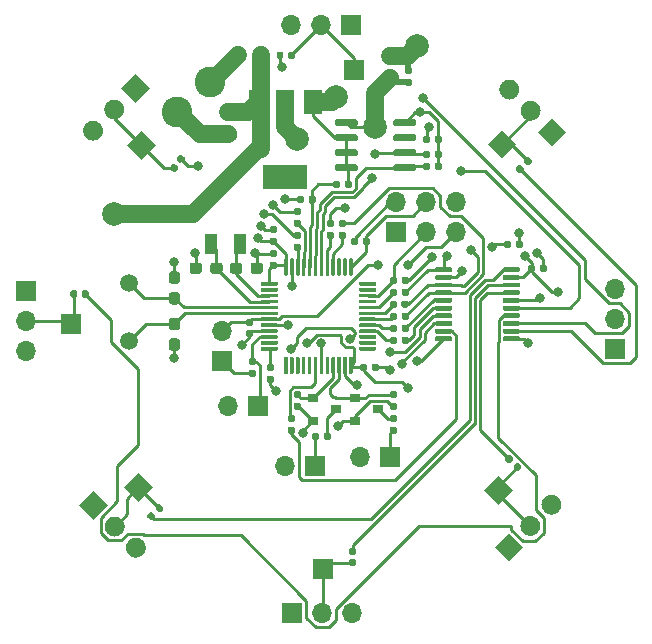
<source format=gbr>
%TF.GenerationSoftware,KiCad,Pcbnew,(5.1.6-0-10_14)*%
%TF.CreationDate,2021-08-24T22:52:38-05:00*%
%TF.ProjectId,led_lights,6c65645f-6c69-4676-9874-732e6b696361,rev?*%
%TF.SameCoordinates,Original*%
%TF.FileFunction,Copper,L1,Top*%
%TF.FilePolarity,Positive*%
%FSLAX46Y46*%
G04 Gerber Fmt 4.6, Leading zero omitted, Abs format (unit mm)*
G04 Created by KiCad (PCBNEW (5.1.6-0-10_14)) date 2021-08-24 22:52:38*
%MOMM*%
%LPD*%
G01*
G04 APERTURE LIST*
%TA.AperFunction,ComponentPad*%
%ADD10C,0.100000*%
%TD*%
%TA.AperFunction,ComponentPad*%
%ADD11R,1.700000X1.700000*%
%TD*%
%TA.AperFunction,ComponentPad*%
%ADD12O,1.700000X1.700000*%
%TD*%
%TA.AperFunction,SMDPad,CuDef*%
%ADD13R,0.900000X0.800000*%
%TD*%
%TA.AperFunction,SMDPad,CuDef*%
%ADD14R,3.800000X2.000000*%
%TD*%
%TA.AperFunction,SMDPad,CuDef*%
%ADD15R,1.500000X2.000000*%
%TD*%
%TA.AperFunction,SMDPad,CuDef*%
%ADD16R,1.000000X1.800000*%
%TD*%
%TA.AperFunction,ComponentPad*%
%ADD17C,1.500000*%
%TD*%
%TA.AperFunction,ComponentPad*%
%ADD18C,2.600000*%
%TD*%
%TA.AperFunction,ViaPad*%
%ADD19C,2.000000*%
%TD*%
%TA.AperFunction,ViaPad*%
%ADD20C,0.800000*%
%TD*%
%TA.AperFunction,Conductor*%
%ADD21C,1.500000*%
%TD*%
%TA.AperFunction,Conductor*%
%ADD22C,0.250000*%
%TD*%
%TA.AperFunction,Conductor*%
%ADD23C,1.250000*%
%TD*%
%TA.AperFunction,Conductor*%
%ADD24C,0.500000*%
%TD*%
G04 APERTURE END LIST*
%TO.P,J12,3*%
%TO.N,GND*%
%TA.AperFunction,ComponentPad*%
G36*
G01*
X210564990Y130547092D02*
X210564990Y130547092D01*
G75*
G02*
X210564990Y129345010I-601041J-601041D01*
G01*
X210564990Y129345010D01*
G75*
G02*
X209362908Y129345010I-601041J601041D01*
G01*
X209362908Y129345010D01*
G75*
G02*
X209362908Y130547092I601041J601041D01*
G01*
X209362908Y130547092D01*
G75*
G02*
X210564990Y130547092I601041J-601041D01*
G01*
G37*
%TD.AperFunction*%
%TO.P,J12,2*%
%TO.N,Net-(J12-Pad2)*%
%TA.AperFunction,ComponentPad*%
G36*
G01*
X212361041Y128751041D02*
X212361041Y128751041D01*
G75*
G02*
X212361041Y127548959I-601041J-601041D01*
G01*
X212361041Y127548959D01*
G75*
G02*
X211158959Y127548959I-601041J601041D01*
G01*
X211158959Y127548959D01*
G75*
G02*
X211158959Y128751041I601041J601041D01*
G01*
X211158959Y128751041D01*
G75*
G02*
X212361041Y128751041I601041J-601041D01*
G01*
G37*
%TD.AperFunction*%
%TA.AperFunction,ComponentPad*%
D10*
%TO.P,J12,1*%
%TO.N,/SYS_5V*%
G36*
X213556051Y127556031D02*
G01*
X214758133Y126353949D01*
X213556051Y125151867D01*
X212353969Y126353949D01*
X213556051Y127556031D01*
G37*
%TD.AperFunction*%
%TD*%
D11*
%TO.P,J11,1*%
%TO.N,/SYS_5V*%
X196596000Y135382000D03*
D12*
%TO.P,J11,2*%
%TO.N,Net-(J11-Pad2)*%
X194056000Y135382000D03*
%TO.P,J11,3*%
%TO.N,GND*%
X191516000Y135382000D03*
%TD*%
%TA.AperFunction,ComponentPad*%
D10*
%TO.P,J10,1*%
%TO.N,/SYS_5V*%
G36*
X177105918Y130048000D02*
G01*
X178308000Y131250082D01*
X179510082Y130048000D01*
X178308000Y128845918D01*
X177105918Y130048000D01*
G37*
%TD.AperFunction*%
%TO.P,J10,2*%
%TO.N,Net-(J10-Pad2)*%
%TA.AperFunction,ComponentPad*%
G36*
G01*
X175910908Y128852990D02*
X175910908Y128852990D01*
G75*
G02*
X177112990Y128852990I601041J-601041D01*
G01*
X177112990Y128852990D01*
G75*
G02*
X177112990Y127650908I-601041J-601041D01*
G01*
X177112990Y127650908D01*
G75*
G02*
X175910908Y127650908I-601041J601041D01*
G01*
X175910908Y127650908D01*
G75*
G02*
X175910908Y128852990I601041J601041D01*
G01*
G37*
%TD.AperFunction*%
%TO.P,J10,3*%
%TO.N,GND*%
%TA.AperFunction,ComponentPad*%
G36*
G01*
X174114857Y127056939D02*
X174114857Y127056939D01*
G75*
G02*
X175316939Y127056939I601041J-601041D01*
G01*
X175316939Y127056939D01*
G75*
G02*
X175316939Y125854857I-601041J-601041D01*
G01*
X175316939Y125854857D01*
G75*
G02*
X174114857Y125854857I-601041J601041D01*
G01*
X174114857Y125854857D01*
G75*
G02*
X174114857Y127056939I601041J601041D01*
G01*
G37*
%TD.AperFunction*%
%TD*%
D12*
%TO.P,J7,3*%
%TO.N,GND*%
X169006000Y107790000D03*
%TO.P,J7,2*%
%TO.N,Net-(J18-Pad1)*%
X169006000Y110330000D03*
D11*
%TO.P,J7,1*%
%TO.N,/SYS_5V*%
X169006000Y112870000D03*
%TD*%
%TO.P,J4,3*%
%TO.N,GND*%
%TA.AperFunction,ComponentPad*%
G36*
G01*
X177743061Y90548857D02*
X177743061Y90548857D01*
G75*
G02*
X177743061Y91750939I601041J601041D01*
G01*
X177743061Y91750939D01*
G75*
G02*
X178945143Y91750939I601041J-601041D01*
G01*
X178945143Y91750939D01*
G75*
G02*
X178945143Y90548857I-601041J-601041D01*
G01*
X178945143Y90548857D01*
G75*
G02*
X177743061Y90548857I-601041J601041D01*
G01*
G37*
%TD.AperFunction*%
%TO.P,J4,2*%
%TO.N,Net-(J15-Pad1)*%
%TA.AperFunction,ComponentPad*%
G36*
G01*
X175947010Y92344908D02*
X175947010Y92344908D01*
G75*
G02*
X175947010Y93546990I601041J601041D01*
G01*
X175947010Y93546990D01*
G75*
G02*
X177149092Y93546990I601041J-601041D01*
G01*
X177149092Y93546990D01*
G75*
G02*
X177149092Y92344908I-601041J-601041D01*
G01*
X177149092Y92344908D01*
G75*
G02*
X175947010Y92344908I-601041J601041D01*
G01*
G37*
%TD.AperFunction*%
%TA.AperFunction,ComponentPad*%
D10*
%TO.P,J4,1*%
%TO.N,/SYS_5V*%
G36*
X174752000Y93539918D02*
G01*
X173549918Y94742000D01*
X174752000Y95944082D01*
X175954082Y94742000D01*
X174752000Y93539918D01*
G37*
%TD.AperFunction*%
%TD*%
%TO.P,J1,3*%
%TO.N,GND*%
%TA.AperFunction,ComponentPad*%
G36*
G01*
X214133143Y94191061D02*
X214133143Y94191061D01*
G75*
G02*
X212931061Y94191061I-601041J601041D01*
G01*
X212931061Y94191061D01*
G75*
G02*
X212931061Y95393143I601041J601041D01*
G01*
X212931061Y95393143D01*
G75*
G02*
X214133143Y95393143I601041J-601041D01*
G01*
X214133143Y95393143D01*
G75*
G02*
X214133143Y94191061I-601041J-601041D01*
G01*
G37*
%TD.AperFunction*%
%TO.P,J1,2*%
%TO.N,Net-(J1-Pad2)*%
%TA.AperFunction,ComponentPad*%
G36*
G01*
X212337092Y92395010D02*
X212337092Y92395010D01*
G75*
G02*
X211135010Y92395010I-601041J601041D01*
G01*
X211135010Y92395010D01*
G75*
G02*
X211135010Y93597092I601041J601041D01*
G01*
X211135010Y93597092D01*
G75*
G02*
X212337092Y93597092I601041J-601041D01*
G01*
X212337092Y93597092D01*
G75*
G02*
X212337092Y92395010I-601041J-601041D01*
G01*
G37*
%TD.AperFunction*%
%TA.AperFunction,ComponentPad*%
%TO.P,J1,1*%
%TO.N,/SYS_5V*%
G36*
X211142082Y91200000D02*
G01*
X209940000Y89997918D01*
X208737918Y91200000D01*
X209940000Y92402082D01*
X211142082Y91200000D01*
G37*
%TD.AperFunction*%
%TD*%
D11*
%TO.P,J3,1*%
%TO.N,/SYS_5V*%
X191580000Y85598000D03*
D12*
%TO.P,J3,2*%
%TO.N,Net-(J14-Pad1)*%
X194120000Y85598000D03*
%TO.P,J3,3*%
%TO.N,GND*%
X196660000Y85598000D03*
%TD*%
%TO.P,J8,3*%
%TO.N,GND*%
X218948000Y113030000D03*
%TO.P,J8,2*%
%TO.N,/LED_STRIP_OUT_0*%
X218948000Y110490000D03*
D11*
%TO.P,J8,1*%
%TO.N,/SYS_5V*%
X218948000Y107950000D03*
%TD*%
%TO.P,C1,2*%
%TO.N,GND*%
%TA.AperFunction,SMDPad,CuDef*%
G36*
G01*
X188056000Y114570500D02*
X188056000Y115045500D01*
G75*
G02*
X188293500Y115283000I237500J0D01*
G01*
X188868500Y115283000D01*
G75*
G02*
X189106000Y115045500I0J-237500D01*
G01*
X189106000Y114570500D01*
G75*
G02*
X188868500Y114333000I-237500J0D01*
G01*
X188293500Y114333000D01*
G75*
G02*
X188056000Y114570500I0J237500D01*
G01*
G37*
%TD.AperFunction*%
%TO.P,C1,1*%
%TO.N,/XTAL1*%
%TA.AperFunction,SMDPad,CuDef*%
G36*
G01*
X186306000Y114570500D02*
X186306000Y115045500D01*
G75*
G02*
X186543500Y115283000I237500J0D01*
G01*
X187118500Y115283000D01*
G75*
G02*
X187356000Y115045500I0J-237500D01*
G01*
X187356000Y114570500D01*
G75*
G02*
X187118500Y114333000I-237500J0D01*
G01*
X186543500Y114333000D01*
G75*
G02*
X186306000Y114570500I0J237500D01*
G01*
G37*
%TD.AperFunction*%
%TD*%
%TO.P,C2,1*%
%TO.N,/XTAL2*%
%TA.AperFunction,SMDPad,CuDef*%
G36*
G01*
X185691000Y115045500D02*
X185691000Y114570500D01*
G75*
G02*
X185453500Y114333000I-237500J0D01*
G01*
X184878500Y114333000D01*
G75*
G02*
X184641000Y114570500I0J237500D01*
G01*
X184641000Y115045500D01*
G75*
G02*
X184878500Y115283000I237500J0D01*
G01*
X185453500Y115283000D01*
G75*
G02*
X185691000Y115045500I0J-237500D01*
G01*
G37*
%TD.AperFunction*%
%TO.P,C2,2*%
%TO.N,GND*%
%TA.AperFunction,SMDPad,CuDef*%
G36*
G01*
X183941000Y115045500D02*
X183941000Y114570500D01*
G75*
G02*
X183703500Y114333000I-237500J0D01*
G01*
X183128500Y114333000D01*
G75*
G02*
X182891000Y114570500I0J237500D01*
G01*
X182891000Y115045500D01*
G75*
G02*
X183128500Y115283000I237500J0D01*
G01*
X183703500Y115283000D01*
G75*
G02*
X183941000Y115045500I0J-237500D01*
G01*
G37*
%TD.AperFunction*%
%TD*%
%TO.P,C3,2*%
%TO.N,GND*%
%TA.AperFunction,SMDPad,CuDef*%
G36*
G01*
X181847500Y113493000D02*
X181372500Y113493000D01*
G75*
G02*
X181135000Y113730500I0J237500D01*
G01*
X181135000Y114305500D01*
G75*
G02*
X181372500Y114543000I237500J0D01*
G01*
X181847500Y114543000D01*
G75*
G02*
X182085000Y114305500I0J-237500D01*
G01*
X182085000Y113730500D01*
G75*
G02*
X181847500Y113493000I-237500J0D01*
G01*
G37*
%TD.AperFunction*%
%TO.P,C3,1*%
%TO.N,/XTAL1_HI*%
%TA.AperFunction,SMDPad,CuDef*%
G36*
G01*
X181847500Y111743000D02*
X181372500Y111743000D01*
G75*
G02*
X181135000Y111980500I0J237500D01*
G01*
X181135000Y112555500D01*
G75*
G02*
X181372500Y112793000I237500J0D01*
G01*
X181847500Y112793000D01*
G75*
G02*
X182085000Y112555500I0J-237500D01*
G01*
X182085000Y111980500D01*
G75*
G02*
X181847500Y111743000I-237500J0D01*
G01*
G37*
%TD.AperFunction*%
%TD*%
%TO.P,C4,1*%
%TO.N,/XTAL2_HI*%
%TA.AperFunction,SMDPad,CuDef*%
G36*
G01*
X181372500Y110620000D02*
X181847500Y110620000D01*
G75*
G02*
X182085000Y110382500I0J-237500D01*
G01*
X182085000Y109807500D01*
G75*
G02*
X181847500Y109570000I-237500J0D01*
G01*
X181372500Y109570000D01*
G75*
G02*
X181135000Y109807500I0J237500D01*
G01*
X181135000Y110382500D01*
G75*
G02*
X181372500Y110620000I237500J0D01*
G01*
G37*
%TD.AperFunction*%
%TO.P,C4,2*%
%TO.N,GND*%
%TA.AperFunction,SMDPad,CuDef*%
G36*
G01*
X181372500Y108870000D02*
X181847500Y108870000D01*
G75*
G02*
X182085000Y108632500I0J-237500D01*
G01*
X182085000Y108057500D01*
G75*
G02*
X181847500Y107820000I-237500J0D01*
G01*
X181372500Y107820000D01*
G75*
G02*
X181135000Y108057500I0J237500D01*
G01*
X181135000Y108632500D01*
G75*
G02*
X181372500Y108870000I237500J0D01*
G01*
G37*
%TD.AperFunction*%
%TD*%
%TO.P,C5,2*%
%TO.N,/SYS_5V*%
%TA.AperFunction,SMDPad,CuDef*%
G36*
G01*
X186638250Y127528500D02*
X185725750Y127528500D01*
G75*
G02*
X185482000Y127772250I0J243750D01*
G01*
X185482000Y128259750D01*
G75*
G02*
X185725750Y128503500I243750J0D01*
G01*
X186638250Y128503500D01*
G75*
G02*
X186882000Y128259750I0J-243750D01*
G01*
X186882000Y127772250D01*
G75*
G02*
X186638250Y127528500I-243750J0D01*
G01*
G37*
%TD.AperFunction*%
%TO.P,C5,1*%
%TO.N,GND*%
%TA.AperFunction,SMDPad,CuDef*%
G36*
G01*
X186638250Y125653500D02*
X185725750Y125653500D01*
G75*
G02*
X185482000Y125897250I0J243750D01*
G01*
X185482000Y126384750D01*
G75*
G02*
X185725750Y126628500I243750J0D01*
G01*
X186638250Y126628500D01*
G75*
G02*
X186882000Y126384750I0J-243750D01*
G01*
X186882000Y125897250D01*
G75*
G02*
X186638250Y125653500I-243750J0D01*
G01*
G37*
%TD.AperFunction*%
%TD*%
%TO.P,C6,1*%
%TO.N,GND*%
%TA.AperFunction,SMDPad,CuDef*%
G36*
G01*
X199441750Y133251000D02*
X200354250Y133251000D01*
G75*
G02*
X200598000Y133007250I0J-243750D01*
G01*
X200598000Y132519750D01*
G75*
G02*
X200354250Y132276000I-243750J0D01*
G01*
X199441750Y132276000D01*
G75*
G02*
X199198000Y132519750I0J243750D01*
G01*
X199198000Y133007250D01*
G75*
G02*
X199441750Y133251000I243750J0D01*
G01*
G37*
%TD.AperFunction*%
%TO.P,C6,2*%
%TO.N,VCC*%
%TA.AperFunction,SMDPad,CuDef*%
G36*
G01*
X199441750Y131376000D02*
X200354250Y131376000D01*
G75*
G02*
X200598000Y131132250I0J-243750D01*
G01*
X200598000Y130644750D01*
G75*
G02*
X200354250Y130401000I-243750J0D01*
G01*
X199441750Y130401000D01*
G75*
G02*
X199198000Y130644750I0J243750D01*
G01*
X199198000Y131132250D01*
G75*
G02*
X199441750Y131376000I243750J0D01*
G01*
G37*
%TD.AperFunction*%
%TD*%
%TO.P,C7,2*%
%TO.N,GND*%
%TA.AperFunction,SMDPad,CuDef*%
G36*
G01*
X190164500Y115760000D02*
X189819500Y115760000D01*
G75*
G02*
X189672000Y115907500I0J147500D01*
G01*
X189672000Y116202500D01*
G75*
G02*
X189819500Y116350000I147500J0D01*
G01*
X190164500Y116350000D01*
G75*
G02*
X190312000Y116202500I0J-147500D01*
G01*
X190312000Y115907500D01*
G75*
G02*
X190164500Y115760000I-147500J0D01*
G01*
G37*
%TD.AperFunction*%
%TO.P,C7,1*%
%TO.N,VCC*%
%TA.AperFunction,SMDPad,CuDef*%
G36*
G01*
X190164500Y114790000D02*
X189819500Y114790000D01*
G75*
G02*
X189672000Y114937500I0J147500D01*
G01*
X189672000Y115232500D01*
G75*
G02*
X189819500Y115380000I147500J0D01*
G01*
X190164500Y115380000D01*
G75*
G02*
X190312000Y115232500I0J-147500D01*
G01*
X190312000Y114937500D01*
G75*
G02*
X190164500Y114790000I-147500J0D01*
G01*
G37*
%TD.AperFunction*%
%TD*%
%TO.P,C8,2*%
%TO.N,GND*%
%TA.AperFunction,SMDPad,CuDef*%
G36*
G01*
X190164500Y117792000D02*
X189819500Y117792000D01*
G75*
G02*
X189672000Y117939500I0J147500D01*
G01*
X189672000Y118234500D01*
G75*
G02*
X189819500Y118382000I147500J0D01*
G01*
X190164500Y118382000D01*
G75*
G02*
X190312000Y118234500I0J-147500D01*
G01*
X190312000Y117939500D01*
G75*
G02*
X190164500Y117792000I-147500J0D01*
G01*
G37*
%TD.AperFunction*%
%TO.P,C8,1*%
%TO.N,VCC*%
%TA.AperFunction,SMDPad,CuDef*%
G36*
G01*
X190164500Y116822000D02*
X189819500Y116822000D01*
G75*
G02*
X189672000Y116969500I0J147500D01*
G01*
X189672000Y117264500D01*
G75*
G02*
X189819500Y117412000I147500J0D01*
G01*
X190164500Y117412000D01*
G75*
G02*
X190312000Y117264500I0J-147500D01*
G01*
X190312000Y116969500D01*
G75*
G02*
X190164500Y116822000I-147500J0D01*
G01*
G37*
%TD.AperFunction*%
%TD*%
%TO.P,C9,1*%
%TO.N,VCC*%
%TA.AperFunction,SMDPad,CuDef*%
G36*
G01*
X197340000Y106253500D02*
X197340000Y106598500D01*
G75*
G02*
X197487500Y106746000I147500J0D01*
G01*
X197782500Y106746000D01*
G75*
G02*
X197930000Y106598500I0J-147500D01*
G01*
X197930000Y106253500D01*
G75*
G02*
X197782500Y106106000I-147500J0D01*
G01*
X197487500Y106106000D01*
G75*
G02*
X197340000Y106253500I0J147500D01*
G01*
G37*
%TD.AperFunction*%
%TO.P,C9,2*%
%TO.N,GND*%
%TA.AperFunction,SMDPad,CuDef*%
G36*
G01*
X198310000Y106253500D02*
X198310000Y106598500D01*
G75*
G02*
X198457500Y106746000I147500J0D01*
G01*
X198752500Y106746000D01*
G75*
G02*
X198900000Y106598500I0J-147500D01*
G01*
X198900000Y106253500D01*
G75*
G02*
X198752500Y106106000I-147500J0D01*
G01*
X198457500Y106106000D01*
G75*
G02*
X198310000Y106253500I0J147500D01*
G01*
G37*
%TD.AperFunction*%
%TD*%
%TO.P,C10,1*%
%TO.N,GND*%
%TA.AperFunction,SMDPad,CuDef*%
G36*
G01*
X202674000Y125557500D02*
X202674000Y125902500D01*
G75*
G02*
X202821500Y126050000I147500J0D01*
G01*
X203116500Y126050000D01*
G75*
G02*
X203264000Y125902500I0J-147500D01*
G01*
X203264000Y125557500D01*
G75*
G02*
X203116500Y125410000I-147500J0D01*
G01*
X202821500Y125410000D01*
G75*
G02*
X202674000Y125557500I0J147500D01*
G01*
G37*
%TD.AperFunction*%
%TO.P,C10,2*%
%TO.N,VCC*%
%TA.AperFunction,SMDPad,CuDef*%
G36*
G01*
X203644000Y125557500D02*
X203644000Y125902500D01*
G75*
G02*
X203791500Y126050000I147500J0D01*
G01*
X204086500Y126050000D01*
G75*
G02*
X204234000Y125902500I0J-147500D01*
G01*
X204234000Y125557500D01*
G75*
G02*
X204086500Y125410000I-147500J0D01*
G01*
X203791500Y125410000D01*
G75*
G02*
X203644000Y125557500I0J147500D01*
G01*
G37*
%TD.AperFunction*%
%TD*%
%TO.P,C11,1*%
%TO.N,VCC*%
%TA.AperFunction,SMDPad,CuDef*%
G36*
G01*
X209532000Y116667500D02*
X209532000Y117012500D01*
G75*
G02*
X209679500Y117160000I147500J0D01*
G01*
X209974500Y117160000D01*
G75*
G02*
X210122000Y117012500I0J-147500D01*
G01*
X210122000Y116667500D01*
G75*
G02*
X209974500Y116520000I-147500J0D01*
G01*
X209679500Y116520000D01*
G75*
G02*
X209532000Y116667500I0J147500D01*
G01*
G37*
%TD.AperFunction*%
%TO.P,C11,2*%
%TO.N,GND*%
%TA.AperFunction,SMDPad,CuDef*%
G36*
G01*
X210502000Y116667500D02*
X210502000Y117012500D01*
G75*
G02*
X210649500Y117160000I147500J0D01*
G01*
X210944500Y117160000D01*
G75*
G02*
X211092000Y117012500I0J-147500D01*
G01*
X211092000Y116667500D01*
G75*
G02*
X210944500Y116520000I-147500J0D01*
G01*
X210649500Y116520000D01*
G75*
G02*
X210502000Y116667500I0J147500D01*
G01*
G37*
%TD.AperFunction*%
%TD*%
%TO.P,C12,2*%
%TO.N,GND*%
%TA.AperFunction,SMDPad,CuDef*%
G36*
G01*
X212534000Y114635500D02*
X212534000Y114980500D01*
G75*
G02*
X212681500Y115128000I147500J0D01*
G01*
X212976500Y115128000D01*
G75*
G02*
X213124000Y114980500I0J-147500D01*
G01*
X213124000Y114635500D01*
G75*
G02*
X212976500Y114488000I-147500J0D01*
G01*
X212681500Y114488000D01*
G75*
G02*
X212534000Y114635500I0J147500D01*
G01*
G37*
%TD.AperFunction*%
%TO.P,C12,1*%
%TO.N,/SYS_5V*%
%TA.AperFunction,SMDPad,CuDef*%
G36*
G01*
X211564000Y114635500D02*
X211564000Y114980500D01*
G75*
G02*
X211711500Y115128000I147500J0D01*
G01*
X212006500Y115128000D01*
G75*
G02*
X212154000Y114980500I0J-147500D01*
G01*
X212154000Y114635500D01*
G75*
G02*
X212006500Y114488000I-147500J0D01*
G01*
X211711500Y114488000D01*
G75*
G02*
X211564000Y114635500I0J147500D01*
G01*
G37*
%TD.AperFunction*%
%TD*%
D12*
%TO.P,J5,2*%
%TO.N,/SYS_5V*%
X191008000Y98044000D03*
D11*
%TO.P,J5,1*%
%TO.N,Net-(J5-Pad1)*%
X193548000Y98044000D03*
%TD*%
%TO.P,J6,1*%
%TO.N,Net-(J6-Pad1)*%
X199898000Y98806000D03*
D12*
%TO.P,J6,2*%
%TO.N,/SYS_5V*%
X197358000Y98806000D03*
%TD*%
D11*
%TO.P,J23,1*%
%TO.N,GND*%
X185674000Y106934000D03*
D12*
%TO.P,J23,2*%
%TO.N,/NRST*%
X185674000Y109474000D03*
%TD*%
%TO.P,J24,2*%
%TO.N,VCC*%
X186182000Y103124000D03*
D11*
%TO.P,J24,1*%
%TO.N,Net-(J24-Pad1)*%
X188722000Y103124000D03*
%TD*%
D13*
%TO.P,Q1,1*%
%TO.N,/GRN_LED*%
X193310000Y103820000D03*
%TO.P,Q1,2*%
%TO.N,GND*%
X193310000Y101920000D03*
%TO.P,Q1,3*%
%TO.N,Net-(Q1-Pad3)*%
X195310000Y102870000D03*
%TD*%
%TO.P,Q2,3*%
%TO.N,Net-(Q2-Pad3)*%
X198866000Y102870000D03*
%TO.P,Q2,2*%
%TO.N,GND*%
X196866000Y101920000D03*
%TO.P,Q2,1*%
%TO.N,/RED_LED*%
X196866000Y103820000D03*
%TD*%
%TO.P,R1,1*%
%TO.N,VCC*%
%TA.AperFunction,SMDPad,CuDef*%
G36*
G01*
X188132500Y108971000D02*
X187787500Y108971000D01*
G75*
G02*
X187640000Y109118500I0J147500D01*
G01*
X187640000Y109413500D01*
G75*
G02*
X187787500Y109561000I147500J0D01*
G01*
X188132500Y109561000D01*
G75*
G02*
X188280000Y109413500I0J-147500D01*
G01*
X188280000Y109118500D01*
G75*
G02*
X188132500Y108971000I-147500J0D01*
G01*
G37*
%TD.AperFunction*%
%TO.P,R1,2*%
%TO.N,/NRST*%
%TA.AperFunction,SMDPad,CuDef*%
G36*
G01*
X188132500Y109941000D02*
X187787500Y109941000D01*
G75*
G02*
X187640000Y110088500I0J147500D01*
G01*
X187640000Y110383500D01*
G75*
G02*
X187787500Y110531000I147500J0D01*
G01*
X188132500Y110531000D01*
G75*
G02*
X188280000Y110383500I0J-147500D01*
G01*
X188280000Y110088500D01*
G75*
G02*
X188132500Y109941000I-147500J0D01*
G01*
G37*
%TD.AperFunction*%
%TD*%
%TO.P,R4,1*%
%TO.N,VCC*%
%TA.AperFunction,SMDPad,CuDef*%
G36*
G01*
X201594500Y130284000D02*
X201249500Y130284000D01*
G75*
G02*
X201102000Y130431500I0J147500D01*
G01*
X201102000Y130726500D01*
G75*
G02*
X201249500Y130874000I147500J0D01*
G01*
X201594500Y130874000D01*
G75*
G02*
X201742000Y130726500I0J-147500D01*
G01*
X201742000Y130431500D01*
G75*
G02*
X201594500Y130284000I-147500J0D01*
G01*
G37*
%TD.AperFunction*%
%TO.P,R4,2*%
%TO.N,GND*%
%TA.AperFunction,SMDPad,CuDef*%
G36*
G01*
X201594500Y131254000D02*
X201249500Y131254000D01*
G75*
G02*
X201102000Y131401500I0J147500D01*
G01*
X201102000Y131696500D01*
G75*
G02*
X201249500Y131844000I147500J0D01*
G01*
X201594500Y131844000D01*
G75*
G02*
X201742000Y131696500I0J-147500D01*
G01*
X201742000Y131401500D01*
G75*
G02*
X201594500Y131254000I-147500J0D01*
G01*
G37*
%TD.AperFunction*%
%TD*%
%TO.P,R5,2*%
%TO.N,GND*%
%TA.AperFunction,SMDPad,CuDef*%
G36*
G01*
X191851500Y103442000D02*
X192196500Y103442000D01*
G75*
G02*
X192344000Y103294500I0J-147500D01*
G01*
X192344000Y102999500D01*
G75*
G02*
X192196500Y102852000I-147500J0D01*
G01*
X191851500Y102852000D01*
G75*
G02*
X191704000Y102999500I0J147500D01*
G01*
X191704000Y103294500D01*
G75*
G02*
X191851500Y103442000I147500J0D01*
G01*
G37*
%TD.AperFunction*%
%TO.P,R5,1*%
%TO.N,/GRN_LED*%
%TA.AperFunction,SMDPad,CuDef*%
G36*
G01*
X191851500Y104412000D02*
X192196500Y104412000D01*
G75*
G02*
X192344000Y104264500I0J-147500D01*
G01*
X192344000Y103969500D01*
G75*
G02*
X192196500Y103822000I-147500J0D01*
G01*
X191851500Y103822000D01*
G75*
G02*
X191704000Y103969500I0J147500D01*
G01*
X191704000Y104264500D01*
G75*
G02*
X191851500Y104412000I147500J0D01*
G01*
G37*
%TD.AperFunction*%
%TD*%
%TO.P,R8,1*%
%TO.N,Net-(J5-Pad1)*%
%TA.AperFunction,SMDPad,CuDef*%
G36*
G01*
X193276000Y100411500D02*
X193276000Y100756500D01*
G75*
G02*
X193423500Y100904000I147500J0D01*
G01*
X193718500Y100904000D01*
G75*
G02*
X193866000Y100756500I0J-147500D01*
G01*
X193866000Y100411500D01*
G75*
G02*
X193718500Y100264000I-147500J0D01*
G01*
X193423500Y100264000D01*
G75*
G02*
X193276000Y100411500I0J147500D01*
G01*
G37*
%TD.AperFunction*%
%TO.P,R8,2*%
%TO.N,Net-(Q1-Pad3)*%
%TA.AperFunction,SMDPad,CuDef*%
G36*
G01*
X194246000Y100411500D02*
X194246000Y100756500D01*
G75*
G02*
X194393500Y100904000I147500J0D01*
G01*
X194688500Y100904000D01*
G75*
G02*
X194836000Y100756500I0J-147500D01*
G01*
X194836000Y100411500D01*
G75*
G02*
X194688500Y100264000I-147500J0D01*
G01*
X194393500Y100264000D01*
G75*
G02*
X194246000Y100411500I0J147500D01*
G01*
G37*
%TD.AperFunction*%
%TD*%
%TO.P,R12,2*%
%TO.N,/SYS_5V*%
%TA.AperFunction,SMDPad,CuDef*%
G36*
G01*
X188410000Y132385750D02*
X188410000Y133298250D01*
G75*
G02*
X188653750Y133542000I243750J0D01*
G01*
X189141250Y133542000D01*
G75*
G02*
X189385000Y133298250I0J-243750D01*
G01*
X189385000Y132385750D01*
G75*
G02*
X189141250Y132142000I-243750J0D01*
G01*
X188653750Y132142000D01*
G75*
G02*
X188410000Y132385750I0J243750D01*
G01*
G37*
%TD.AperFunction*%
%TO.P,R12,1*%
%TO.N,/VIN*%
%TA.AperFunction,SMDPad,CuDef*%
G36*
G01*
X186535000Y132385750D02*
X186535000Y133298250D01*
G75*
G02*
X186778750Y133542000I243750J0D01*
G01*
X187266250Y133542000D01*
G75*
G02*
X187510000Y133298250I0J-243750D01*
G01*
X187510000Y132385750D01*
G75*
G02*
X187266250Y132142000I-243750J0D01*
G01*
X186778750Y132142000D01*
G75*
G02*
X186535000Y132385750I0J243750D01*
G01*
G37*
%TD.AperFunction*%
%TD*%
%TO.P,R14,1*%
%TO.N,/RED_LED*%
%TA.AperFunction,SMDPad,CuDef*%
G36*
G01*
X199979500Y104412000D02*
X200324500Y104412000D01*
G75*
G02*
X200472000Y104264500I0J-147500D01*
G01*
X200472000Y103969500D01*
G75*
G02*
X200324500Y103822000I-147500J0D01*
G01*
X199979500Y103822000D01*
G75*
G02*
X199832000Y103969500I0J147500D01*
G01*
X199832000Y104264500D01*
G75*
G02*
X199979500Y104412000I147500J0D01*
G01*
G37*
%TD.AperFunction*%
%TO.P,R14,2*%
%TO.N,GND*%
%TA.AperFunction,SMDPad,CuDef*%
G36*
G01*
X199979500Y103442000D02*
X200324500Y103442000D01*
G75*
G02*
X200472000Y103294500I0J-147500D01*
G01*
X200472000Y102999500D01*
G75*
G02*
X200324500Y102852000I-147500J0D01*
G01*
X199979500Y102852000D01*
G75*
G02*
X199832000Y102999500I0J147500D01*
G01*
X199832000Y103294500D01*
G75*
G02*
X199979500Y103442000I147500J0D01*
G01*
G37*
%TD.AperFunction*%
%TD*%
%TO.P,R15,2*%
%TO.N,Net-(R15-Pad2)*%
%TA.AperFunction,SMDPad,CuDef*%
G36*
G01*
X192976000Y120477500D02*
X192976000Y120822500D01*
G75*
G02*
X193123500Y120970000I147500J0D01*
G01*
X193418500Y120970000D01*
G75*
G02*
X193566000Y120822500I0J-147500D01*
G01*
X193566000Y120477500D01*
G75*
G02*
X193418500Y120330000I-147500J0D01*
G01*
X193123500Y120330000D01*
G75*
G02*
X192976000Y120477500I0J147500D01*
G01*
G37*
%TD.AperFunction*%
%TO.P,R15,1*%
%TO.N,VCC*%
%TA.AperFunction,SMDPad,CuDef*%
G36*
G01*
X192006000Y120477500D02*
X192006000Y120822500D01*
G75*
G02*
X192153500Y120970000I147500J0D01*
G01*
X192448500Y120970000D01*
G75*
G02*
X192596000Y120822500I0J-147500D01*
G01*
X192596000Y120477500D01*
G75*
G02*
X192448500Y120330000I-147500J0D01*
G01*
X192153500Y120330000D01*
G75*
G02*
X192006000Y120477500I0J147500D01*
G01*
G37*
%TD.AperFunction*%
%TD*%
%TO.P,R16,2*%
%TO.N,Net-(Q2-Pad3)*%
%TA.AperFunction,SMDPad,CuDef*%
G36*
G01*
X200324500Y101790000D02*
X199979500Y101790000D01*
G75*
G02*
X199832000Y101937500I0J147500D01*
G01*
X199832000Y102232500D01*
G75*
G02*
X199979500Y102380000I147500J0D01*
G01*
X200324500Y102380000D01*
G75*
G02*
X200472000Y102232500I0J-147500D01*
G01*
X200472000Y101937500D01*
G75*
G02*
X200324500Y101790000I-147500J0D01*
G01*
G37*
%TD.AperFunction*%
%TO.P,R16,1*%
%TO.N,Net-(J6-Pad1)*%
%TA.AperFunction,SMDPad,CuDef*%
G36*
G01*
X200324500Y100820000D02*
X199979500Y100820000D01*
G75*
G02*
X199832000Y100967500I0J147500D01*
G01*
X199832000Y101262500D01*
G75*
G02*
X199979500Y101410000I147500J0D01*
G01*
X200324500Y101410000D01*
G75*
G02*
X200472000Y101262500I0J-147500D01*
G01*
X200472000Y100967500D01*
G75*
G02*
X200324500Y100820000I-147500J0D01*
G01*
G37*
%TD.AperFunction*%
%TD*%
%TO.P,R17,1*%
%TO.N,Net-(R15-Pad2)*%
%TA.AperFunction,SMDPad,CuDef*%
G36*
G01*
X195054000Y121747500D02*
X195054000Y122092500D01*
G75*
G02*
X195201500Y122240000I147500J0D01*
G01*
X195496500Y122240000D01*
G75*
G02*
X195644000Y122092500I0J-147500D01*
G01*
X195644000Y121747500D01*
G75*
G02*
X195496500Y121600000I-147500J0D01*
G01*
X195201500Y121600000D01*
G75*
G02*
X195054000Y121747500I0J147500D01*
G01*
G37*
%TD.AperFunction*%
%TO.P,R17,2*%
%TO.N,GND*%
%TA.AperFunction,SMDPad,CuDef*%
G36*
G01*
X196024000Y121747500D02*
X196024000Y122092500D01*
G75*
G02*
X196171500Y122240000I147500J0D01*
G01*
X196466500Y122240000D01*
G75*
G02*
X196614000Y122092500I0J-147500D01*
G01*
X196614000Y121747500D01*
G75*
G02*
X196466500Y121600000I-147500J0D01*
G01*
X196171500Y121600000D01*
G75*
G02*
X196024000Y121747500I0J147500D01*
G01*
G37*
%TD.AperFunction*%
%TD*%
%TO.P,R18,2*%
%TO.N,/ST_SDA*%
%TA.AperFunction,SMDPad,CuDef*%
G36*
G01*
X203264000Y123616500D02*
X203264000Y123271500D01*
G75*
G02*
X203116500Y123124000I-147500J0D01*
G01*
X202821500Y123124000D01*
G75*
G02*
X202674000Y123271500I0J147500D01*
G01*
X202674000Y123616500D01*
G75*
G02*
X202821500Y123764000I147500J0D01*
G01*
X203116500Y123764000D01*
G75*
G02*
X203264000Y123616500I0J-147500D01*
G01*
G37*
%TD.AperFunction*%
%TO.P,R18,1*%
%TO.N,VCC*%
%TA.AperFunction,SMDPad,CuDef*%
G36*
G01*
X204234000Y123616500D02*
X204234000Y123271500D01*
G75*
G02*
X204086500Y123124000I-147500J0D01*
G01*
X203791500Y123124000D01*
G75*
G02*
X203644000Y123271500I0J147500D01*
G01*
X203644000Y123616500D01*
G75*
G02*
X203791500Y123764000I147500J0D01*
G01*
X204086500Y123764000D01*
G75*
G02*
X204234000Y123616500I0J-147500D01*
G01*
G37*
%TD.AperFunction*%
%TD*%
%TO.P,R19,1*%
%TO.N,VCC*%
%TA.AperFunction,SMDPad,CuDef*%
G36*
G01*
X204234000Y124632500D02*
X204234000Y124287500D01*
G75*
G02*
X204086500Y124140000I-147500J0D01*
G01*
X203791500Y124140000D01*
G75*
G02*
X203644000Y124287500I0J147500D01*
G01*
X203644000Y124632500D01*
G75*
G02*
X203791500Y124780000I147500J0D01*
G01*
X204086500Y124780000D01*
G75*
G02*
X204234000Y124632500I0J-147500D01*
G01*
G37*
%TD.AperFunction*%
%TO.P,R19,2*%
%TO.N,/ST_SCL*%
%TA.AperFunction,SMDPad,CuDef*%
G36*
G01*
X203264000Y124632500D02*
X203264000Y124287500D01*
G75*
G02*
X203116500Y124140000I-147500J0D01*
G01*
X202821500Y124140000D01*
G75*
G02*
X202674000Y124287500I0J147500D01*
G01*
X202674000Y124632500D01*
G75*
G02*
X202821500Y124780000I147500J0D01*
G01*
X203116500Y124780000D01*
G75*
G02*
X203264000Y124632500I0J-147500D01*
G01*
G37*
%TD.AperFunction*%
%TD*%
%TO.P,R20,2*%
%TO.N,/ST_SWCLK*%
%TA.AperFunction,SMDPad,CuDef*%
G36*
G01*
X197548000Y116921500D02*
X197548000Y117266500D01*
G75*
G02*
X197695500Y117414000I147500J0D01*
G01*
X197990500Y117414000D01*
G75*
G02*
X198138000Y117266500I0J-147500D01*
G01*
X198138000Y116921500D01*
G75*
G02*
X197990500Y116774000I-147500J0D01*
G01*
X197695500Y116774000D01*
G75*
G02*
X197548000Y116921500I0J147500D01*
G01*
G37*
%TD.AperFunction*%
%TO.P,R20,1*%
%TO.N,VCC*%
%TA.AperFunction,SMDPad,CuDef*%
G36*
G01*
X196578000Y116921500D02*
X196578000Y117266500D01*
G75*
G02*
X196725500Y117414000I147500J0D01*
G01*
X197020500Y117414000D01*
G75*
G02*
X197168000Y117266500I0J-147500D01*
G01*
X197168000Y116921500D01*
G75*
G02*
X197020500Y116774000I-147500J0D01*
G01*
X196725500Y116774000D01*
G75*
G02*
X196578000Y116921500I0J147500D01*
G01*
G37*
%TD.AperFunction*%
%TD*%
%TO.P,R21,1*%
%TO.N,VCC*%
%TA.AperFunction,SMDPad,CuDef*%
G36*
G01*
X201440000Y113964500D02*
X201440000Y113619500D01*
G75*
G02*
X201292500Y113472000I-147500J0D01*
G01*
X200997500Y113472000D01*
G75*
G02*
X200850000Y113619500I0J147500D01*
G01*
X200850000Y113964500D01*
G75*
G02*
X200997500Y114112000I147500J0D01*
G01*
X201292500Y114112000D01*
G75*
G02*
X201440000Y113964500I0J-147500D01*
G01*
G37*
%TD.AperFunction*%
%TO.P,R21,2*%
%TO.N,/ST_SWDIO*%
%TA.AperFunction,SMDPad,CuDef*%
G36*
G01*
X200470000Y113964500D02*
X200470000Y113619500D01*
G75*
G02*
X200322500Y113472000I-147500J0D01*
G01*
X200027500Y113472000D01*
G75*
G02*
X199880000Y113619500I0J147500D01*
G01*
X199880000Y113964500D01*
G75*
G02*
X200027500Y114112000I147500J0D01*
G01*
X200322500Y114112000D01*
G75*
G02*
X200470000Y113964500I0J-147500D01*
G01*
G37*
%TD.AperFunction*%
%TD*%
%TO.P,R22,2*%
%TO.N,GND*%
%TA.AperFunction,SMDPad,CuDef*%
G36*
G01*
X188041500Y106236000D02*
X188386500Y106236000D01*
G75*
G02*
X188534000Y106088500I0J-147500D01*
G01*
X188534000Y105793500D01*
G75*
G02*
X188386500Y105646000I-147500J0D01*
G01*
X188041500Y105646000D01*
G75*
G02*
X187894000Y105793500I0J147500D01*
G01*
X187894000Y106088500D01*
G75*
G02*
X188041500Y106236000I147500J0D01*
G01*
G37*
%TD.AperFunction*%
%TO.P,R22,1*%
%TO.N,Net-(J24-Pad1)*%
%TA.AperFunction,SMDPad,CuDef*%
G36*
G01*
X188041500Y107206000D02*
X188386500Y107206000D01*
G75*
G02*
X188534000Y107058500I0J-147500D01*
G01*
X188534000Y106763500D01*
G75*
G02*
X188386500Y106616000I-147500J0D01*
G01*
X188041500Y106616000D01*
G75*
G02*
X187894000Y106763500I0J147500D01*
G01*
X187894000Y107058500D01*
G75*
G02*
X188041500Y107206000I147500J0D01*
G01*
G37*
%TD.AperFunction*%
%TD*%
D14*
%TO.P,U1,4*%
%TO.N,N/C*%
X191008000Y122580000D03*
D15*
%TO.P,U1,2*%
%TO.N,VCC*%
X191008000Y128880000D03*
%TO.P,U1,3*%
%TO.N,/SYS_5V*%
X188708000Y128880000D03*
%TO.P,U1,1*%
%TO.N,GND*%
X193308000Y128880000D03*
%TD*%
%TO.P,U2,1*%
%TO.N,VCC*%
%TA.AperFunction,SMDPad,CuDef*%
G36*
G01*
X188902000Y113419000D02*
X188902000Y113569000D01*
G75*
G02*
X188977000Y113644000I75000J0D01*
G01*
X190302000Y113644000D01*
G75*
G02*
X190377000Y113569000I0J-75000D01*
G01*
X190377000Y113419000D01*
G75*
G02*
X190302000Y113344000I-75000J0D01*
G01*
X188977000Y113344000D01*
G75*
G02*
X188902000Y113419000I0J75000D01*
G01*
G37*
%TD.AperFunction*%
%TO.P,U2,2*%
%TO.N,Net-(U2-Pad2)*%
%TA.AperFunction,SMDPad,CuDef*%
G36*
G01*
X188902000Y112919000D02*
X188902000Y113069000D01*
G75*
G02*
X188977000Y113144000I75000J0D01*
G01*
X190302000Y113144000D01*
G75*
G02*
X190377000Y113069000I0J-75000D01*
G01*
X190377000Y112919000D01*
G75*
G02*
X190302000Y112844000I-75000J0D01*
G01*
X188977000Y112844000D01*
G75*
G02*
X188902000Y112919000I0J75000D01*
G01*
G37*
%TD.AperFunction*%
%TO.P,U2,3*%
%TO.N,/XTAL1*%
%TA.AperFunction,SMDPad,CuDef*%
G36*
G01*
X188902000Y112419000D02*
X188902000Y112569000D01*
G75*
G02*
X188977000Y112644000I75000J0D01*
G01*
X190302000Y112644000D01*
G75*
G02*
X190377000Y112569000I0J-75000D01*
G01*
X190377000Y112419000D01*
G75*
G02*
X190302000Y112344000I-75000J0D01*
G01*
X188977000Y112344000D01*
G75*
G02*
X188902000Y112419000I0J75000D01*
G01*
G37*
%TD.AperFunction*%
%TO.P,U2,4*%
%TO.N,/XTAL2*%
%TA.AperFunction,SMDPad,CuDef*%
G36*
G01*
X188902000Y111919000D02*
X188902000Y112069000D01*
G75*
G02*
X188977000Y112144000I75000J0D01*
G01*
X190302000Y112144000D01*
G75*
G02*
X190377000Y112069000I0J-75000D01*
G01*
X190377000Y111919000D01*
G75*
G02*
X190302000Y111844000I-75000J0D01*
G01*
X188977000Y111844000D01*
G75*
G02*
X188902000Y111919000I0J75000D01*
G01*
G37*
%TD.AperFunction*%
%TO.P,U2,5*%
%TO.N,/XTAL1_HI*%
%TA.AperFunction,SMDPad,CuDef*%
G36*
G01*
X188902000Y111419000D02*
X188902000Y111569000D01*
G75*
G02*
X188977000Y111644000I75000J0D01*
G01*
X190302000Y111644000D01*
G75*
G02*
X190377000Y111569000I0J-75000D01*
G01*
X190377000Y111419000D01*
G75*
G02*
X190302000Y111344000I-75000J0D01*
G01*
X188977000Y111344000D01*
G75*
G02*
X188902000Y111419000I0J75000D01*
G01*
G37*
%TD.AperFunction*%
%TO.P,U2,6*%
%TO.N,/XTAL2_HI*%
%TA.AperFunction,SMDPad,CuDef*%
G36*
G01*
X188902000Y110919000D02*
X188902000Y111069000D01*
G75*
G02*
X188977000Y111144000I75000J0D01*
G01*
X190302000Y111144000D01*
G75*
G02*
X190377000Y111069000I0J-75000D01*
G01*
X190377000Y110919000D01*
G75*
G02*
X190302000Y110844000I-75000J0D01*
G01*
X188977000Y110844000D01*
G75*
G02*
X188902000Y110919000I0J75000D01*
G01*
G37*
%TD.AperFunction*%
%TO.P,U2,7*%
%TO.N,/NRST*%
%TA.AperFunction,SMDPad,CuDef*%
G36*
G01*
X188902000Y110419000D02*
X188902000Y110569000D01*
G75*
G02*
X188977000Y110644000I75000J0D01*
G01*
X190302000Y110644000D01*
G75*
G02*
X190377000Y110569000I0J-75000D01*
G01*
X190377000Y110419000D01*
G75*
G02*
X190302000Y110344000I-75000J0D01*
G01*
X188977000Y110344000D01*
G75*
G02*
X188902000Y110419000I0J75000D01*
G01*
G37*
%TD.AperFunction*%
%TO.P,U2,8*%
%TO.N,GND*%
%TA.AperFunction,SMDPad,CuDef*%
G36*
G01*
X188902000Y109919000D02*
X188902000Y110069000D01*
G75*
G02*
X188977000Y110144000I75000J0D01*
G01*
X190302000Y110144000D01*
G75*
G02*
X190377000Y110069000I0J-75000D01*
G01*
X190377000Y109919000D01*
G75*
G02*
X190302000Y109844000I-75000J0D01*
G01*
X188977000Y109844000D01*
G75*
G02*
X188902000Y109919000I0J75000D01*
G01*
G37*
%TD.AperFunction*%
%TO.P,U2,9*%
%TO.N,VCC*%
%TA.AperFunction,SMDPad,CuDef*%
G36*
G01*
X188902000Y109419000D02*
X188902000Y109569000D01*
G75*
G02*
X188977000Y109644000I75000J0D01*
G01*
X190302000Y109644000D01*
G75*
G02*
X190377000Y109569000I0J-75000D01*
G01*
X190377000Y109419000D01*
G75*
G02*
X190302000Y109344000I-75000J0D01*
G01*
X188977000Y109344000D01*
G75*
G02*
X188902000Y109419000I0J75000D01*
G01*
G37*
%TD.AperFunction*%
%TO.P,U2,10*%
%TO.N,Net-(J24-Pad1)*%
%TA.AperFunction,SMDPad,CuDef*%
G36*
G01*
X188902000Y108919000D02*
X188902000Y109069000D01*
G75*
G02*
X188977000Y109144000I75000J0D01*
G01*
X190302000Y109144000D01*
G75*
G02*
X190377000Y109069000I0J-75000D01*
G01*
X190377000Y108919000D01*
G75*
G02*
X190302000Y108844000I-75000J0D01*
G01*
X188977000Y108844000D01*
G75*
G02*
X188902000Y108919000I0J75000D01*
G01*
G37*
%TD.AperFunction*%
%TO.P,U2,11*%
%TO.N,Net-(U2-Pad11)*%
%TA.AperFunction,SMDPad,CuDef*%
G36*
G01*
X188902000Y108419000D02*
X188902000Y108569000D01*
G75*
G02*
X188977000Y108644000I75000J0D01*
G01*
X190302000Y108644000D01*
G75*
G02*
X190377000Y108569000I0J-75000D01*
G01*
X190377000Y108419000D01*
G75*
G02*
X190302000Y108344000I-75000J0D01*
G01*
X188977000Y108344000D01*
G75*
G02*
X188902000Y108419000I0J75000D01*
G01*
G37*
%TD.AperFunction*%
%TO.P,U2,12*%
%TO.N,/ST_TIM15_CH1*%
%TA.AperFunction,SMDPad,CuDef*%
G36*
G01*
X188902000Y107919000D02*
X188902000Y108069000D01*
G75*
G02*
X188977000Y108144000I75000J0D01*
G01*
X190302000Y108144000D01*
G75*
G02*
X190377000Y108069000I0J-75000D01*
G01*
X190377000Y107919000D01*
G75*
G02*
X190302000Y107844000I-75000J0D01*
G01*
X188977000Y107844000D01*
G75*
G02*
X188902000Y107919000I0J75000D01*
G01*
G37*
%TD.AperFunction*%
%TO.P,U2,13*%
%TO.N,Net-(U2-Pad13)*%
%TA.AperFunction,SMDPad,CuDef*%
G36*
G01*
X190902000Y105919000D02*
X190902000Y107244000D01*
G75*
G02*
X190977000Y107319000I75000J0D01*
G01*
X191127000Y107319000D01*
G75*
G02*
X191202000Y107244000I0J-75000D01*
G01*
X191202000Y105919000D01*
G75*
G02*
X191127000Y105844000I-75000J0D01*
G01*
X190977000Y105844000D01*
G75*
G02*
X190902000Y105919000I0J75000D01*
G01*
G37*
%TD.AperFunction*%
%TO.P,U2,14*%
%TO.N,Net-(U2-Pad14)*%
%TA.AperFunction,SMDPad,CuDef*%
G36*
G01*
X191402000Y105919000D02*
X191402000Y107244000D01*
G75*
G02*
X191477000Y107319000I75000J0D01*
G01*
X191627000Y107319000D01*
G75*
G02*
X191702000Y107244000I0J-75000D01*
G01*
X191702000Y105919000D01*
G75*
G02*
X191627000Y105844000I-75000J0D01*
G01*
X191477000Y105844000D01*
G75*
G02*
X191402000Y105919000I0J75000D01*
G01*
G37*
%TD.AperFunction*%
%TO.P,U2,15*%
%TO.N,Net-(U2-Pad15)*%
%TA.AperFunction,SMDPad,CuDef*%
G36*
G01*
X191902000Y105919000D02*
X191902000Y107244000D01*
G75*
G02*
X191977000Y107319000I75000J0D01*
G01*
X192127000Y107319000D01*
G75*
G02*
X192202000Y107244000I0J-75000D01*
G01*
X192202000Y105919000D01*
G75*
G02*
X192127000Y105844000I-75000J0D01*
G01*
X191977000Y105844000D01*
G75*
G02*
X191902000Y105919000I0J75000D01*
G01*
G37*
%TD.AperFunction*%
%TO.P,U2,16*%
%TO.N,Net-(U2-Pad16)*%
%TA.AperFunction,SMDPad,CuDef*%
G36*
G01*
X192402000Y105919000D02*
X192402000Y107244000D01*
G75*
G02*
X192477000Y107319000I75000J0D01*
G01*
X192627000Y107319000D01*
G75*
G02*
X192702000Y107244000I0J-75000D01*
G01*
X192702000Y105919000D01*
G75*
G02*
X192627000Y105844000I-75000J0D01*
G01*
X192477000Y105844000D01*
G75*
G02*
X192402000Y105919000I0J75000D01*
G01*
G37*
%TD.AperFunction*%
%TO.P,U2,17*%
%TO.N,Net-(U2-Pad17)*%
%TA.AperFunction,SMDPad,CuDef*%
G36*
G01*
X192902000Y105919000D02*
X192902000Y107244000D01*
G75*
G02*
X192977000Y107319000I75000J0D01*
G01*
X193127000Y107319000D01*
G75*
G02*
X193202000Y107244000I0J-75000D01*
G01*
X193202000Y105919000D01*
G75*
G02*
X193127000Y105844000I-75000J0D01*
G01*
X192977000Y105844000D01*
G75*
G02*
X192902000Y105919000I0J75000D01*
G01*
G37*
%TD.AperFunction*%
%TO.P,U2,18*%
%TO.N,/ST_TIM3_CH3*%
%TA.AperFunction,SMDPad,CuDef*%
G36*
G01*
X193402000Y105919000D02*
X193402000Y107244000D01*
G75*
G02*
X193477000Y107319000I75000J0D01*
G01*
X193627000Y107319000D01*
G75*
G02*
X193702000Y107244000I0J-75000D01*
G01*
X193702000Y105919000D01*
G75*
G02*
X193627000Y105844000I-75000J0D01*
G01*
X193477000Y105844000D01*
G75*
G02*
X193402000Y105919000I0J75000D01*
G01*
G37*
%TD.AperFunction*%
%TO.P,U2,19*%
%TO.N,/LVL_SHIFTER_EN*%
%TA.AperFunction,SMDPad,CuDef*%
G36*
G01*
X193902000Y105919000D02*
X193902000Y107244000D01*
G75*
G02*
X193977000Y107319000I75000J0D01*
G01*
X194127000Y107319000D01*
G75*
G02*
X194202000Y107244000I0J-75000D01*
G01*
X194202000Y105919000D01*
G75*
G02*
X194127000Y105844000I-75000J0D01*
G01*
X193977000Y105844000D01*
G75*
G02*
X193902000Y105919000I0J75000D01*
G01*
G37*
%TD.AperFunction*%
%TO.P,U2,20*%
%TO.N,Net-(U2-Pad20)*%
%TA.AperFunction,SMDPad,CuDef*%
G36*
G01*
X194402000Y105919000D02*
X194402000Y107244000D01*
G75*
G02*
X194477000Y107319000I75000J0D01*
G01*
X194627000Y107319000D01*
G75*
G02*
X194702000Y107244000I0J-75000D01*
G01*
X194702000Y105919000D01*
G75*
G02*
X194627000Y105844000I-75000J0D01*
G01*
X194477000Y105844000D01*
G75*
G02*
X194402000Y105919000I0J75000D01*
G01*
G37*
%TD.AperFunction*%
%TO.P,U2,21*%
%TO.N,/GRN_LED*%
%TA.AperFunction,SMDPad,CuDef*%
G36*
G01*
X194902000Y105919000D02*
X194902000Y107244000D01*
G75*
G02*
X194977000Y107319000I75000J0D01*
G01*
X195127000Y107319000D01*
G75*
G02*
X195202000Y107244000I0J-75000D01*
G01*
X195202000Y105919000D01*
G75*
G02*
X195127000Y105844000I-75000J0D01*
G01*
X194977000Y105844000D01*
G75*
G02*
X194902000Y105919000I0J75000D01*
G01*
G37*
%TD.AperFunction*%
%TO.P,U2,22*%
%TO.N,/RED_LED*%
%TA.AperFunction,SMDPad,CuDef*%
G36*
G01*
X195402000Y105919000D02*
X195402000Y107244000D01*
G75*
G02*
X195477000Y107319000I75000J0D01*
G01*
X195627000Y107319000D01*
G75*
G02*
X195702000Y107244000I0J-75000D01*
G01*
X195702000Y105919000D01*
G75*
G02*
X195627000Y105844000I-75000J0D01*
G01*
X195477000Y105844000D01*
G75*
G02*
X195402000Y105919000I0J75000D01*
G01*
G37*
%TD.AperFunction*%
%TO.P,U2,23*%
%TO.N,GND*%
%TA.AperFunction,SMDPad,CuDef*%
G36*
G01*
X195902000Y105919000D02*
X195902000Y107244000D01*
G75*
G02*
X195977000Y107319000I75000J0D01*
G01*
X196127000Y107319000D01*
G75*
G02*
X196202000Y107244000I0J-75000D01*
G01*
X196202000Y105919000D01*
G75*
G02*
X196127000Y105844000I-75000J0D01*
G01*
X195977000Y105844000D01*
G75*
G02*
X195902000Y105919000I0J75000D01*
G01*
G37*
%TD.AperFunction*%
%TO.P,U2,24*%
%TO.N,VCC*%
%TA.AperFunction,SMDPad,CuDef*%
G36*
G01*
X196402000Y105919000D02*
X196402000Y107244000D01*
G75*
G02*
X196477000Y107319000I75000J0D01*
G01*
X196627000Y107319000D01*
G75*
G02*
X196702000Y107244000I0J-75000D01*
G01*
X196702000Y105919000D01*
G75*
G02*
X196627000Y105844000I-75000J0D01*
G01*
X196477000Y105844000D01*
G75*
G02*
X196402000Y105919000I0J75000D01*
G01*
G37*
%TD.AperFunction*%
%TO.P,U2,25*%
%TO.N,Net-(U2-Pad25)*%
%TA.AperFunction,SMDPad,CuDef*%
G36*
G01*
X197227000Y107919000D02*
X197227000Y108069000D01*
G75*
G02*
X197302000Y108144000I75000J0D01*
G01*
X198627000Y108144000D01*
G75*
G02*
X198702000Y108069000I0J-75000D01*
G01*
X198702000Y107919000D01*
G75*
G02*
X198627000Y107844000I-75000J0D01*
G01*
X197302000Y107844000D01*
G75*
G02*
X197227000Y107919000I0J75000D01*
G01*
G37*
%TD.AperFunction*%
%TO.P,U2,26*%
%TO.N,Net-(U2-Pad26)*%
%TA.AperFunction,SMDPad,CuDef*%
G36*
G01*
X197227000Y108419000D02*
X197227000Y108569000D01*
G75*
G02*
X197302000Y108644000I75000J0D01*
G01*
X198627000Y108644000D01*
G75*
G02*
X198702000Y108569000I0J-75000D01*
G01*
X198702000Y108419000D01*
G75*
G02*
X198627000Y108344000I-75000J0D01*
G01*
X197302000Y108344000D01*
G75*
G02*
X197227000Y108419000I0J75000D01*
G01*
G37*
%TD.AperFunction*%
%TO.P,U2,27*%
%TO.N,Net-(U2-Pad27)*%
%TA.AperFunction,SMDPad,CuDef*%
G36*
G01*
X197227000Y108919000D02*
X197227000Y109069000D01*
G75*
G02*
X197302000Y109144000I75000J0D01*
G01*
X198627000Y109144000D01*
G75*
G02*
X198702000Y109069000I0J-75000D01*
G01*
X198702000Y108919000D01*
G75*
G02*
X198627000Y108844000I-75000J0D01*
G01*
X197302000Y108844000D01*
G75*
G02*
X197227000Y108919000I0J75000D01*
G01*
G37*
%TD.AperFunction*%
%TO.P,U2,28*%
%TO.N,/ST_TIM15_CH2*%
%TA.AperFunction,SMDPad,CuDef*%
G36*
G01*
X197227000Y109419000D02*
X197227000Y109569000D01*
G75*
G02*
X197302000Y109644000I75000J0D01*
G01*
X198627000Y109644000D01*
G75*
G02*
X198702000Y109569000I0J-75000D01*
G01*
X198702000Y109419000D01*
G75*
G02*
X198627000Y109344000I-75000J0D01*
G01*
X197302000Y109344000D01*
G75*
G02*
X197227000Y109419000I0J75000D01*
G01*
G37*
%TD.AperFunction*%
%TO.P,U2,29*%
%TO.N,/ST_TIM1_CH1*%
%TA.AperFunction,SMDPad,CuDef*%
G36*
G01*
X197227000Y109919000D02*
X197227000Y110069000D01*
G75*
G02*
X197302000Y110144000I75000J0D01*
G01*
X198627000Y110144000D01*
G75*
G02*
X198702000Y110069000I0J-75000D01*
G01*
X198702000Y109919000D01*
G75*
G02*
X198627000Y109844000I-75000J0D01*
G01*
X197302000Y109844000D01*
G75*
G02*
X197227000Y109919000I0J75000D01*
G01*
G37*
%TD.AperFunction*%
%TO.P,U2,30*%
%TO.N,/ST_TIM1_CH2*%
%TA.AperFunction,SMDPad,CuDef*%
G36*
G01*
X197227000Y110419000D02*
X197227000Y110569000D01*
G75*
G02*
X197302000Y110644000I75000J0D01*
G01*
X198627000Y110644000D01*
G75*
G02*
X198702000Y110569000I0J-75000D01*
G01*
X198702000Y110419000D01*
G75*
G02*
X198627000Y110344000I-75000J0D01*
G01*
X197302000Y110344000D01*
G75*
G02*
X197227000Y110419000I0J75000D01*
G01*
G37*
%TD.AperFunction*%
%TO.P,U2,31*%
%TO.N,/ST_TIM1_CH3*%
%TA.AperFunction,SMDPad,CuDef*%
G36*
G01*
X197227000Y110919000D02*
X197227000Y111069000D01*
G75*
G02*
X197302000Y111144000I75000J0D01*
G01*
X198627000Y111144000D01*
G75*
G02*
X198702000Y111069000I0J-75000D01*
G01*
X198702000Y110919000D01*
G75*
G02*
X198627000Y110844000I-75000J0D01*
G01*
X197302000Y110844000D01*
G75*
G02*
X197227000Y110919000I0J75000D01*
G01*
G37*
%TD.AperFunction*%
%TO.P,U2,32*%
%TO.N,/ST_TIM1_CH4*%
%TA.AperFunction,SMDPad,CuDef*%
G36*
G01*
X197227000Y111419000D02*
X197227000Y111569000D01*
G75*
G02*
X197302000Y111644000I75000J0D01*
G01*
X198627000Y111644000D01*
G75*
G02*
X198702000Y111569000I0J-75000D01*
G01*
X198702000Y111419000D01*
G75*
G02*
X198627000Y111344000I-75000J0D01*
G01*
X197302000Y111344000D01*
G75*
G02*
X197227000Y111419000I0J75000D01*
G01*
G37*
%TD.AperFunction*%
%TO.P,U2,33*%
%TO.N,Net-(U2-Pad33)*%
%TA.AperFunction,SMDPad,CuDef*%
G36*
G01*
X197227000Y111919000D02*
X197227000Y112069000D01*
G75*
G02*
X197302000Y112144000I75000J0D01*
G01*
X198627000Y112144000D01*
G75*
G02*
X198702000Y112069000I0J-75000D01*
G01*
X198702000Y111919000D01*
G75*
G02*
X198627000Y111844000I-75000J0D01*
G01*
X197302000Y111844000D01*
G75*
G02*
X197227000Y111919000I0J75000D01*
G01*
G37*
%TD.AperFunction*%
%TO.P,U2,34*%
%TO.N,/ST_SWDIO*%
%TA.AperFunction,SMDPad,CuDef*%
G36*
G01*
X197227000Y112419000D02*
X197227000Y112569000D01*
G75*
G02*
X197302000Y112644000I75000J0D01*
G01*
X198627000Y112644000D01*
G75*
G02*
X198702000Y112569000I0J-75000D01*
G01*
X198702000Y112419000D01*
G75*
G02*
X198627000Y112344000I-75000J0D01*
G01*
X197302000Y112344000D01*
G75*
G02*
X197227000Y112419000I0J75000D01*
G01*
G37*
%TD.AperFunction*%
%TO.P,U2,35*%
%TO.N,Net-(U2-Pad35)*%
%TA.AperFunction,SMDPad,CuDef*%
G36*
G01*
X197227000Y112919000D02*
X197227000Y113069000D01*
G75*
G02*
X197302000Y113144000I75000J0D01*
G01*
X198627000Y113144000D01*
G75*
G02*
X198702000Y113069000I0J-75000D01*
G01*
X198702000Y112919000D01*
G75*
G02*
X198627000Y112844000I-75000J0D01*
G01*
X197302000Y112844000D01*
G75*
G02*
X197227000Y112919000I0J75000D01*
G01*
G37*
%TD.AperFunction*%
%TO.P,U2,36*%
%TO.N,Net-(U2-Pad36)*%
%TA.AperFunction,SMDPad,CuDef*%
G36*
G01*
X197227000Y113419000D02*
X197227000Y113569000D01*
G75*
G02*
X197302000Y113644000I75000J0D01*
G01*
X198627000Y113644000D01*
G75*
G02*
X198702000Y113569000I0J-75000D01*
G01*
X198702000Y113419000D01*
G75*
G02*
X198627000Y113344000I-75000J0D01*
G01*
X197302000Y113344000D01*
G75*
G02*
X197227000Y113419000I0J75000D01*
G01*
G37*
%TD.AperFunction*%
%TO.P,U2,37*%
%TO.N,/ST_SWCLK*%
%TA.AperFunction,SMDPad,CuDef*%
G36*
G01*
X196402000Y114244000D02*
X196402000Y115569000D01*
G75*
G02*
X196477000Y115644000I75000J0D01*
G01*
X196627000Y115644000D01*
G75*
G02*
X196702000Y115569000I0J-75000D01*
G01*
X196702000Y114244000D01*
G75*
G02*
X196627000Y114169000I-75000J0D01*
G01*
X196477000Y114169000D01*
G75*
G02*
X196402000Y114244000I0J75000D01*
G01*
G37*
%TD.AperFunction*%
%TO.P,U2,38*%
%TO.N,Net-(U2-Pad38)*%
%TA.AperFunction,SMDPad,CuDef*%
G36*
G01*
X195902000Y114244000D02*
X195902000Y115569000D01*
G75*
G02*
X195977000Y115644000I75000J0D01*
G01*
X196127000Y115644000D01*
G75*
G02*
X196202000Y115569000I0J-75000D01*
G01*
X196202000Y114244000D01*
G75*
G02*
X196127000Y114169000I-75000J0D01*
G01*
X195977000Y114169000D01*
G75*
G02*
X195902000Y114244000I0J75000D01*
G01*
G37*
%TD.AperFunction*%
%TO.P,U2,39*%
%TO.N,Net-(U2-Pad39)*%
%TA.AperFunction,SMDPad,CuDef*%
G36*
G01*
X195402000Y114244000D02*
X195402000Y115569000D01*
G75*
G02*
X195477000Y115644000I75000J0D01*
G01*
X195627000Y115644000D01*
G75*
G02*
X195702000Y115569000I0J-75000D01*
G01*
X195702000Y114244000D01*
G75*
G02*
X195627000Y114169000I-75000J0D01*
G01*
X195477000Y114169000D01*
G75*
G02*
X195402000Y114244000I0J75000D01*
G01*
G37*
%TD.AperFunction*%
%TO.P,U2,40*%
%TO.N,/ST_TIM3_CH1*%
%TA.AperFunction,SMDPad,CuDef*%
G36*
G01*
X194902000Y114244000D02*
X194902000Y115569000D01*
G75*
G02*
X194977000Y115644000I75000J0D01*
G01*
X195127000Y115644000D01*
G75*
G02*
X195202000Y115569000I0J-75000D01*
G01*
X195202000Y114244000D01*
G75*
G02*
X195127000Y114169000I-75000J0D01*
G01*
X194977000Y114169000D01*
G75*
G02*
X194902000Y114244000I0J75000D01*
G01*
G37*
%TD.AperFunction*%
%TO.P,U2,41*%
%TO.N,/ST_TIM3_CH2*%
%TA.AperFunction,SMDPad,CuDef*%
G36*
G01*
X194402000Y114244000D02*
X194402000Y115569000D01*
G75*
G02*
X194477000Y115644000I75000J0D01*
G01*
X194627000Y115644000D01*
G75*
G02*
X194702000Y115569000I0J-75000D01*
G01*
X194702000Y114244000D01*
G75*
G02*
X194627000Y114169000I-75000J0D01*
G01*
X194477000Y114169000D01*
G75*
G02*
X194402000Y114244000I0J75000D01*
G01*
G37*
%TD.AperFunction*%
%TO.P,U2,42*%
%TO.N,/ST_SCL*%
%TA.AperFunction,SMDPad,CuDef*%
G36*
G01*
X193902000Y114244000D02*
X193902000Y115569000D01*
G75*
G02*
X193977000Y115644000I75000J0D01*
G01*
X194127000Y115644000D01*
G75*
G02*
X194202000Y115569000I0J-75000D01*
G01*
X194202000Y114244000D01*
G75*
G02*
X194127000Y114169000I-75000J0D01*
G01*
X193977000Y114169000D01*
G75*
G02*
X193902000Y114244000I0J75000D01*
G01*
G37*
%TD.AperFunction*%
%TO.P,U2,43*%
%TO.N,/ST_SDA*%
%TA.AperFunction,SMDPad,CuDef*%
G36*
G01*
X193402000Y114244000D02*
X193402000Y115569000D01*
G75*
G02*
X193477000Y115644000I75000J0D01*
G01*
X193627000Y115644000D01*
G75*
G02*
X193702000Y115569000I0J-75000D01*
G01*
X193702000Y114244000D01*
G75*
G02*
X193627000Y114169000I-75000J0D01*
G01*
X193477000Y114169000D01*
G75*
G02*
X193402000Y114244000I0J75000D01*
G01*
G37*
%TD.AperFunction*%
%TO.P,U2,44*%
%TO.N,Net-(R15-Pad2)*%
%TA.AperFunction,SMDPad,CuDef*%
G36*
G01*
X192902000Y114244000D02*
X192902000Y115569000D01*
G75*
G02*
X192977000Y115644000I75000J0D01*
G01*
X193127000Y115644000D01*
G75*
G02*
X193202000Y115569000I0J-75000D01*
G01*
X193202000Y114244000D01*
G75*
G02*
X193127000Y114169000I-75000J0D01*
G01*
X192977000Y114169000D01*
G75*
G02*
X192902000Y114244000I0J75000D01*
G01*
G37*
%TD.AperFunction*%
%TO.P,U2,45*%
%TO.N,/ST_TIM16_CH1*%
%TA.AperFunction,SMDPad,CuDef*%
G36*
G01*
X192402000Y114244000D02*
X192402000Y115569000D01*
G75*
G02*
X192477000Y115644000I75000J0D01*
G01*
X192627000Y115644000D01*
G75*
G02*
X192702000Y115569000I0J-75000D01*
G01*
X192702000Y114244000D01*
G75*
G02*
X192627000Y114169000I-75000J0D01*
G01*
X192477000Y114169000D01*
G75*
G02*
X192402000Y114244000I0J75000D01*
G01*
G37*
%TD.AperFunction*%
%TO.P,U2,46*%
%TO.N,/ST_TIM17_CH1*%
%TA.AperFunction,SMDPad,CuDef*%
G36*
G01*
X191902000Y114244000D02*
X191902000Y115569000D01*
G75*
G02*
X191977000Y115644000I75000J0D01*
G01*
X192127000Y115644000D01*
G75*
G02*
X192202000Y115569000I0J-75000D01*
G01*
X192202000Y114244000D01*
G75*
G02*
X192127000Y114169000I-75000J0D01*
G01*
X191977000Y114169000D01*
G75*
G02*
X191902000Y114244000I0J75000D01*
G01*
G37*
%TD.AperFunction*%
%TO.P,U2,47*%
%TO.N,GND*%
%TA.AperFunction,SMDPad,CuDef*%
G36*
G01*
X191402000Y114244000D02*
X191402000Y115569000D01*
G75*
G02*
X191477000Y115644000I75000J0D01*
G01*
X191627000Y115644000D01*
G75*
G02*
X191702000Y115569000I0J-75000D01*
G01*
X191702000Y114244000D01*
G75*
G02*
X191627000Y114169000I-75000J0D01*
G01*
X191477000Y114169000D01*
G75*
G02*
X191402000Y114244000I0J75000D01*
G01*
G37*
%TD.AperFunction*%
%TO.P,U2,48*%
%TO.N,VCC*%
%TA.AperFunction,SMDPad,CuDef*%
G36*
G01*
X190902000Y114244000D02*
X190902000Y115569000D01*
G75*
G02*
X190977000Y115644000I75000J0D01*
G01*
X191127000Y115644000D01*
G75*
G02*
X191202000Y115569000I0J-75000D01*
G01*
X191202000Y114244000D01*
G75*
G02*
X191127000Y114169000I-75000J0D01*
G01*
X190977000Y114169000D01*
G75*
G02*
X190902000Y114244000I0J75000D01*
G01*
G37*
%TD.AperFunction*%
%TD*%
%TO.P,U3,1*%
%TO.N,/ST_LED_OUT_3*%
%TA.AperFunction,SMDPad,CuDef*%
G36*
G01*
X203664000Y114585000D02*
X203664000Y114785000D01*
G75*
G02*
X203764000Y114885000I100000J0D01*
G01*
X205039000Y114885000D01*
G75*
G02*
X205139000Y114785000I0J-100000D01*
G01*
X205139000Y114585000D01*
G75*
G02*
X205039000Y114485000I-100000J0D01*
G01*
X203764000Y114485000D01*
G75*
G02*
X203664000Y114585000I0J100000D01*
G01*
G37*
%TD.AperFunction*%
%TO.P,U3,2*%
%TO.N,VCC*%
%TA.AperFunction,SMDPad,CuDef*%
G36*
G01*
X203664000Y113935000D02*
X203664000Y114135000D01*
G75*
G02*
X203764000Y114235000I100000J0D01*
G01*
X205039000Y114235000D01*
G75*
G02*
X205139000Y114135000I0J-100000D01*
G01*
X205139000Y113935000D01*
G75*
G02*
X205039000Y113835000I-100000J0D01*
G01*
X203764000Y113835000D01*
G75*
G02*
X203664000Y113935000I0J100000D01*
G01*
G37*
%TD.AperFunction*%
%TO.P,U3,3*%
%TO.N,/ST_LED_OUT_2*%
%TA.AperFunction,SMDPad,CuDef*%
G36*
G01*
X203664000Y113285000D02*
X203664000Y113485000D01*
G75*
G02*
X203764000Y113585000I100000J0D01*
G01*
X205039000Y113585000D01*
G75*
G02*
X205139000Y113485000I0J-100000D01*
G01*
X205139000Y113285000D01*
G75*
G02*
X205039000Y113185000I-100000J0D01*
G01*
X203764000Y113185000D01*
G75*
G02*
X203664000Y113285000I0J100000D01*
G01*
G37*
%TD.AperFunction*%
%TO.P,U3,4*%
%TO.N,/ST_LED_OUT_1*%
%TA.AperFunction,SMDPad,CuDef*%
G36*
G01*
X203664000Y112635000D02*
X203664000Y112835000D01*
G75*
G02*
X203764000Y112935000I100000J0D01*
G01*
X205039000Y112935000D01*
G75*
G02*
X205139000Y112835000I0J-100000D01*
G01*
X205139000Y112635000D01*
G75*
G02*
X205039000Y112535000I-100000J0D01*
G01*
X203764000Y112535000D01*
G75*
G02*
X203664000Y112635000I0J100000D01*
G01*
G37*
%TD.AperFunction*%
%TO.P,U3,5*%
%TO.N,/ST_LED_OUT_0*%
%TA.AperFunction,SMDPad,CuDef*%
G36*
G01*
X203664000Y111985000D02*
X203664000Y112185000D01*
G75*
G02*
X203764000Y112285000I100000J0D01*
G01*
X205039000Y112285000D01*
G75*
G02*
X205139000Y112185000I0J-100000D01*
G01*
X205139000Y111985000D01*
G75*
G02*
X205039000Y111885000I-100000J0D01*
G01*
X203764000Y111885000D01*
G75*
G02*
X203664000Y111985000I0J100000D01*
G01*
G37*
%TD.AperFunction*%
%TO.P,U3,6*%
%TO.N,/ST_LED_OUT_5*%
%TA.AperFunction,SMDPad,CuDef*%
G36*
G01*
X203664000Y111335000D02*
X203664000Y111535000D01*
G75*
G02*
X203764000Y111635000I100000J0D01*
G01*
X205039000Y111635000D01*
G75*
G02*
X205139000Y111535000I0J-100000D01*
G01*
X205139000Y111335000D01*
G75*
G02*
X205039000Y111235000I-100000J0D01*
G01*
X203764000Y111235000D01*
G75*
G02*
X203664000Y111335000I0J100000D01*
G01*
G37*
%TD.AperFunction*%
%TO.P,U3,7*%
%TO.N,/ST_LED_OUT_4*%
%TA.AperFunction,SMDPad,CuDef*%
G36*
G01*
X203664000Y110685000D02*
X203664000Y110885000D01*
G75*
G02*
X203764000Y110985000I100000J0D01*
G01*
X205039000Y110985000D01*
G75*
G02*
X205139000Y110885000I0J-100000D01*
G01*
X205139000Y110685000D01*
G75*
G02*
X205039000Y110585000I-100000J0D01*
G01*
X203764000Y110585000D01*
G75*
G02*
X203664000Y110685000I0J100000D01*
G01*
G37*
%TD.AperFunction*%
%TO.P,U3,8*%
%TO.N,/ST_LED_OUT_6*%
%TA.AperFunction,SMDPad,CuDef*%
G36*
G01*
X203664000Y110035000D02*
X203664000Y110235000D01*
G75*
G02*
X203764000Y110335000I100000J0D01*
G01*
X205039000Y110335000D01*
G75*
G02*
X205139000Y110235000I0J-100000D01*
G01*
X205139000Y110035000D01*
G75*
G02*
X205039000Y109935000I-100000J0D01*
G01*
X203764000Y109935000D01*
G75*
G02*
X203664000Y110035000I0J100000D01*
G01*
G37*
%TD.AperFunction*%
%TO.P,U3,9*%
%TO.N,/ST_LED_OUT_7*%
%TA.AperFunction,SMDPad,CuDef*%
G36*
G01*
X203664000Y109385000D02*
X203664000Y109585000D01*
G75*
G02*
X203764000Y109685000I100000J0D01*
G01*
X205039000Y109685000D01*
G75*
G02*
X205139000Y109585000I0J-100000D01*
G01*
X205139000Y109385000D01*
G75*
G02*
X205039000Y109285000I-100000J0D01*
G01*
X203764000Y109285000D01*
G75*
G02*
X203664000Y109385000I0J100000D01*
G01*
G37*
%TD.AperFunction*%
%TO.P,U3,10*%
%TO.N,/LVL_SHIFTER_EN*%
%TA.AperFunction,SMDPad,CuDef*%
G36*
G01*
X203664000Y108735000D02*
X203664000Y108935000D01*
G75*
G02*
X203764000Y109035000I100000J0D01*
G01*
X205039000Y109035000D01*
G75*
G02*
X205139000Y108935000I0J-100000D01*
G01*
X205139000Y108735000D01*
G75*
G02*
X205039000Y108635000I-100000J0D01*
G01*
X203764000Y108635000D01*
G75*
G02*
X203664000Y108735000I0J100000D01*
G01*
G37*
%TD.AperFunction*%
%TO.P,U3,11*%
%TO.N,GND*%
%TA.AperFunction,SMDPad,CuDef*%
G36*
G01*
X209389000Y108735000D02*
X209389000Y108935000D01*
G75*
G02*
X209489000Y109035000I100000J0D01*
G01*
X210764000Y109035000D01*
G75*
G02*
X210864000Y108935000I0J-100000D01*
G01*
X210864000Y108735000D01*
G75*
G02*
X210764000Y108635000I-100000J0D01*
G01*
X209489000Y108635000D01*
G75*
G02*
X209389000Y108735000I0J100000D01*
G01*
G37*
%TD.AperFunction*%
%TO.P,U3,12*%
%TO.N,/LED_STRIP_OUT_7*%
%TA.AperFunction,SMDPad,CuDef*%
G36*
G01*
X209389000Y109385000D02*
X209389000Y109585000D01*
G75*
G02*
X209489000Y109685000I100000J0D01*
G01*
X210764000Y109685000D01*
G75*
G02*
X210864000Y109585000I0J-100000D01*
G01*
X210864000Y109385000D01*
G75*
G02*
X210764000Y109285000I-100000J0D01*
G01*
X209489000Y109285000D01*
G75*
G02*
X209389000Y109385000I0J100000D01*
G01*
G37*
%TD.AperFunction*%
%TO.P,U3,13*%
%TO.N,/LED_STRIP_OUT_6*%
%TA.AperFunction,SMDPad,CuDef*%
G36*
G01*
X209389000Y110035000D02*
X209389000Y110235000D01*
G75*
G02*
X209489000Y110335000I100000J0D01*
G01*
X210764000Y110335000D01*
G75*
G02*
X210864000Y110235000I0J-100000D01*
G01*
X210864000Y110035000D01*
G75*
G02*
X210764000Y109935000I-100000J0D01*
G01*
X209489000Y109935000D01*
G75*
G02*
X209389000Y110035000I0J100000D01*
G01*
G37*
%TD.AperFunction*%
%TO.P,U3,14*%
%TO.N,/LED_STRIP_OUT_4*%
%TA.AperFunction,SMDPad,CuDef*%
G36*
G01*
X209389000Y110685000D02*
X209389000Y110885000D01*
G75*
G02*
X209489000Y110985000I100000J0D01*
G01*
X210764000Y110985000D01*
G75*
G02*
X210864000Y110885000I0J-100000D01*
G01*
X210864000Y110685000D01*
G75*
G02*
X210764000Y110585000I-100000J0D01*
G01*
X209489000Y110585000D01*
G75*
G02*
X209389000Y110685000I0J100000D01*
G01*
G37*
%TD.AperFunction*%
%TO.P,U3,15*%
%TO.N,/LED_STRIP_OUT_5*%
%TA.AperFunction,SMDPad,CuDef*%
G36*
G01*
X209389000Y111335000D02*
X209389000Y111535000D01*
G75*
G02*
X209489000Y111635000I100000J0D01*
G01*
X210764000Y111635000D01*
G75*
G02*
X210864000Y111535000I0J-100000D01*
G01*
X210864000Y111335000D01*
G75*
G02*
X210764000Y111235000I-100000J0D01*
G01*
X209489000Y111235000D01*
G75*
G02*
X209389000Y111335000I0J100000D01*
G01*
G37*
%TD.AperFunction*%
%TO.P,U3,16*%
%TO.N,/LED_STRIP_OUT_0*%
%TA.AperFunction,SMDPad,CuDef*%
G36*
G01*
X209389000Y111985000D02*
X209389000Y112185000D01*
G75*
G02*
X209489000Y112285000I100000J0D01*
G01*
X210764000Y112285000D01*
G75*
G02*
X210864000Y112185000I0J-100000D01*
G01*
X210864000Y111985000D01*
G75*
G02*
X210764000Y111885000I-100000J0D01*
G01*
X209489000Y111885000D01*
G75*
G02*
X209389000Y111985000I0J100000D01*
G01*
G37*
%TD.AperFunction*%
%TO.P,U3,17*%
%TO.N,/LED_STRIP_OUT_1*%
%TA.AperFunction,SMDPad,CuDef*%
G36*
G01*
X209389000Y112635000D02*
X209389000Y112835000D01*
G75*
G02*
X209489000Y112935000I100000J0D01*
G01*
X210764000Y112935000D01*
G75*
G02*
X210864000Y112835000I0J-100000D01*
G01*
X210864000Y112635000D01*
G75*
G02*
X210764000Y112535000I-100000J0D01*
G01*
X209489000Y112535000D01*
G75*
G02*
X209389000Y112635000I0J100000D01*
G01*
G37*
%TD.AperFunction*%
%TO.P,U3,18*%
%TO.N,/LED_STRIP_OUT_2*%
%TA.AperFunction,SMDPad,CuDef*%
G36*
G01*
X209389000Y113285000D02*
X209389000Y113485000D01*
G75*
G02*
X209489000Y113585000I100000J0D01*
G01*
X210764000Y113585000D01*
G75*
G02*
X210864000Y113485000I0J-100000D01*
G01*
X210864000Y113285000D01*
G75*
G02*
X210764000Y113185000I-100000J0D01*
G01*
X209489000Y113185000D01*
G75*
G02*
X209389000Y113285000I0J100000D01*
G01*
G37*
%TD.AperFunction*%
%TO.P,U3,19*%
%TO.N,/SYS_5V*%
%TA.AperFunction,SMDPad,CuDef*%
G36*
G01*
X209389000Y113935000D02*
X209389000Y114135000D01*
G75*
G02*
X209489000Y114235000I100000J0D01*
G01*
X210764000Y114235000D01*
G75*
G02*
X210864000Y114135000I0J-100000D01*
G01*
X210864000Y113935000D01*
G75*
G02*
X210764000Y113835000I-100000J0D01*
G01*
X209489000Y113835000D01*
G75*
G02*
X209389000Y113935000I0J100000D01*
G01*
G37*
%TD.AperFunction*%
%TO.P,U3,20*%
%TO.N,/LED_STRIP_OUT_3*%
%TA.AperFunction,SMDPad,CuDef*%
G36*
G01*
X209389000Y114585000D02*
X209389000Y114785000D01*
G75*
G02*
X209489000Y114885000I100000J0D01*
G01*
X210764000Y114885000D01*
G75*
G02*
X210864000Y114785000I0J-100000D01*
G01*
X210864000Y114585000D01*
G75*
G02*
X210764000Y114485000I-100000J0D01*
G01*
X209489000Y114485000D01*
G75*
G02*
X209389000Y114585000I0J100000D01*
G01*
G37*
%TD.AperFunction*%
%TD*%
%TO.P,U4,1*%
%TO.N,VCC*%
%TA.AperFunction,SMDPad,CuDef*%
G36*
G01*
X195178000Y126977000D02*
X195178000Y127277000D01*
G75*
G02*
X195328000Y127427000I150000J0D01*
G01*
X196978000Y127427000D01*
G75*
G02*
X197128000Y127277000I0J-150000D01*
G01*
X197128000Y126977000D01*
G75*
G02*
X196978000Y126827000I-150000J0D01*
G01*
X195328000Y126827000D01*
G75*
G02*
X195178000Y126977000I0J150000D01*
G01*
G37*
%TD.AperFunction*%
%TO.P,U4,2*%
%TO.N,GND*%
%TA.AperFunction,SMDPad,CuDef*%
G36*
G01*
X195178000Y125707000D02*
X195178000Y126007000D01*
G75*
G02*
X195328000Y126157000I150000J0D01*
G01*
X196978000Y126157000D01*
G75*
G02*
X197128000Y126007000I0J-150000D01*
G01*
X197128000Y125707000D01*
G75*
G02*
X196978000Y125557000I-150000J0D01*
G01*
X195328000Y125557000D01*
G75*
G02*
X195178000Y125707000I0J150000D01*
G01*
G37*
%TD.AperFunction*%
%TO.P,U4,3*%
%TA.AperFunction,SMDPad,CuDef*%
G36*
G01*
X195178000Y124437000D02*
X195178000Y124737000D01*
G75*
G02*
X195328000Y124887000I150000J0D01*
G01*
X196978000Y124887000D01*
G75*
G02*
X197128000Y124737000I0J-150000D01*
G01*
X197128000Y124437000D01*
G75*
G02*
X196978000Y124287000I-150000J0D01*
G01*
X195328000Y124287000D01*
G75*
G02*
X195178000Y124437000I0J150000D01*
G01*
G37*
%TD.AperFunction*%
%TO.P,U4,4*%
%TA.AperFunction,SMDPad,CuDef*%
G36*
G01*
X195178000Y123167000D02*
X195178000Y123467000D01*
G75*
G02*
X195328000Y123617000I150000J0D01*
G01*
X196978000Y123617000D01*
G75*
G02*
X197128000Y123467000I0J-150000D01*
G01*
X197128000Y123167000D01*
G75*
G02*
X196978000Y123017000I-150000J0D01*
G01*
X195328000Y123017000D01*
G75*
G02*
X195178000Y123167000I0J150000D01*
G01*
G37*
%TD.AperFunction*%
%TO.P,U4,5*%
%TO.N,/ST_SDA*%
%TA.AperFunction,SMDPad,CuDef*%
G36*
G01*
X200128000Y123167000D02*
X200128000Y123467000D01*
G75*
G02*
X200278000Y123617000I150000J0D01*
G01*
X201928000Y123617000D01*
G75*
G02*
X202078000Y123467000I0J-150000D01*
G01*
X202078000Y123167000D01*
G75*
G02*
X201928000Y123017000I-150000J0D01*
G01*
X200278000Y123017000D01*
G75*
G02*
X200128000Y123167000I0J150000D01*
G01*
G37*
%TD.AperFunction*%
%TO.P,U4,6*%
%TO.N,/ST_SCL*%
%TA.AperFunction,SMDPad,CuDef*%
G36*
G01*
X200128000Y124437000D02*
X200128000Y124737000D01*
G75*
G02*
X200278000Y124887000I150000J0D01*
G01*
X201928000Y124887000D01*
G75*
G02*
X202078000Y124737000I0J-150000D01*
G01*
X202078000Y124437000D01*
G75*
G02*
X201928000Y124287000I-150000J0D01*
G01*
X200278000Y124287000D01*
G75*
G02*
X200128000Y124437000I0J150000D01*
G01*
G37*
%TD.AperFunction*%
%TO.P,U4,7*%
%TO.N,Net-(U4-Pad7)*%
%TA.AperFunction,SMDPad,CuDef*%
G36*
G01*
X200128000Y125707000D02*
X200128000Y126007000D01*
G75*
G02*
X200278000Y126157000I150000J0D01*
G01*
X201928000Y126157000D01*
G75*
G02*
X202078000Y126007000I0J-150000D01*
G01*
X202078000Y125707000D01*
G75*
G02*
X201928000Y125557000I-150000J0D01*
G01*
X200278000Y125557000D01*
G75*
G02*
X200128000Y125707000I0J150000D01*
G01*
G37*
%TD.AperFunction*%
%TO.P,U4,8*%
%TO.N,VCC*%
%TA.AperFunction,SMDPad,CuDef*%
G36*
G01*
X200128000Y126977000D02*
X200128000Y127277000D01*
G75*
G02*
X200278000Y127427000I150000J0D01*
G01*
X201928000Y127427000D01*
G75*
G02*
X202078000Y127277000I0J-150000D01*
G01*
X202078000Y126977000D01*
G75*
G02*
X201928000Y126827000I-150000J0D01*
G01*
X200278000Y126827000D01*
G75*
G02*
X200128000Y126977000I0J150000D01*
G01*
G37*
%TD.AperFunction*%
%TD*%
D16*
%TO.P,Y1,1*%
%TO.N,/XTAL2*%
X184698000Y116840000D03*
%TO.P,Y1,2*%
%TO.N,/XTAL1*%
X187198000Y116840000D03*
%TD*%
D17*
%TO.P,Y2,1*%
%TO.N,/XTAL1_HI*%
X177800000Y113538000D03*
%TO.P,Y2,2*%
%TO.N,/XTAL2_HI*%
X177800000Y108658000D03*
%TD*%
%TO.P,R2,2*%
%TO.N,/LED_STRIP_OUT_2*%
%TA.AperFunction,SMDPad,CuDef*%
G36*
G01*
X196862500Y90562000D02*
X196517500Y90562000D01*
G75*
G02*
X196370000Y90709500I0J147500D01*
G01*
X196370000Y91004500D01*
G75*
G02*
X196517500Y91152000I147500J0D01*
G01*
X196862500Y91152000D01*
G75*
G02*
X197010000Y91004500I0J-147500D01*
G01*
X197010000Y90709500D01*
G75*
G02*
X196862500Y90562000I-147500J0D01*
G01*
G37*
%TD.AperFunction*%
%TO.P,R2,1*%
%TO.N,Net-(J14-Pad1)*%
%TA.AperFunction,SMDPad,CuDef*%
G36*
G01*
X196862500Y89592000D02*
X196517500Y89592000D01*
G75*
G02*
X196370000Y89739500I0J147500D01*
G01*
X196370000Y90034500D01*
G75*
G02*
X196517500Y90182000I147500J0D01*
G01*
X196862500Y90182000D01*
G75*
G02*
X197010000Y90034500I0J-147500D01*
G01*
X197010000Y89739500D01*
G75*
G02*
X196862500Y89592000I-147500J0D01*
G01*
G37*
%TD.AperFunction*%
%TD*%
%TO.P,R3,1*%
%TO.N,Net-(J1-Pad2)*%
%TA.AperFunction,SMDPad,CuDef*%
G36*
G01*
X210985519Y97868432D02*
X210741567Y97624481D01*
G75*
G02*
X210532971Y97624481I-104298J104298D01*
G01*
X210324375Y97833077D01*
G75*
G02*
X210324375Y98041673I104298J104298D01*
G01*
X210568327Y98285625D01*
G75*
G02*
X210776923Y98285625I104298J-104298D01*
G01*
X210985519Y98077029D01*
G75*
G02*
X210985519Y97868433I-104298J-104298D01*
G01*
G37*
%TD.AperFunction*%
%TO.P,R3,2*%
%TO.N,/LED_STRIP_OUT_1*%
%TA.AperFunction,SMDPad,CuDef*%
G36*
G01*
X210299625Y98554326D02*
X210055673Y98310375D01*
G75*
G02*
X209847077Y98310375I-104298J104298D01*
G01*
X209638481Y98518971D01*
G75*
G02*
X209638481Y98727567I104298J104298D01*
G01*
X209882433Y98971519D01*
G75*
G02*
X210091029Y98971519I104298J-104298D01*
G01*
X210299625Y98762923D01*
G75*
G02*
X210299625Y98554327I-104298J-104298D01*
G01*
G37*
%TD.AperFunction*%
%TD*%
%TO.P,R6,1*%
%TO.N,Net-(J18-Pad1)*%
%TA.AperFunction,SMDPad,CuDef*%
G36*
G01*
X172798000Y112443500D02*
X172798000Y112788500D01*
G75*
G02*
X172945500Y112936000I147500J0D01*
G01*
X173240500Y112936000D01*
G75*
G02*
X173388000Y112788500I0J-147500D01*
G01*
X173388000Y112443500D01*
G75*
G02*
X173240500Y112296000I-147500J0D01*
G01*
X172945500Y112296000D01*
G75*
G02*
X172798000Y112443500I0J147500D01*
G01*
G37*
%TD.AperFunction*%
%TO.P,R6,2*%
%TO.N,/LED_STRIP_OUT_4*%
%TA.AperFunction,SMDPad,CuDef*%
G36*
G01*
X173768000Y112443500D02*
X173768000Y112788500D01*
G75*
G02*
X173915500Y112936000I147500J0D01*
G01*
X174210500Y112936000D01*
G75*
G02*
X174358000Y112788500I0J-147500D01*
G01*
X174358000Y112443500D01*
G75*
G02*
X174210500Y112296000I-147500J0D01*
G01*
X173915500Y112296000D01*
G75*
G02*
X173768000Y112443500I0J147500D01*
G01*
G37*
%TD.AperFunction*%
%TD*%
%TO.P,R7,1*%
%TO.N,Net-(J11-Pad2)*%
%TA.AperFunction,SMDPad,CuDef*%
G36*
G01*
X191811000Y133014500D02*
X191811000Y132669500D01*
G75*
G02*
X191663500Y132522000I-147500J0D01*
G01*
X191368500Y132522000D01*
G75*
G02*
X191221000Y132669500I0J147500D01*
G01*
X191221000Y133014500D01*
G75*
G02*
X191368500Y133162000I147500J0D01*
G01*
X191663500Y133162000D01*
G75*
G02*
X191811000Y133014500I0J-147500D01*
G01*
G37*
%TD.AperFunction*%
%TO.P,R7,2*%
%TO.N,/LED_STRIP_OUT_6*%
%TA.AperFunction,SMDPad,CuDef*%
G36*
G01*
X190841000Y133014500D02*
X190841000Y132669500D01*
G75*
G02*
X190693500Y132522000I-147500J0D01*
G01*
X190398500Y132522000D01*
G75*
G02*
X190251000Y132669500I0J147500D01*
G01*
X190251000Y133014500D01*
G75*
G02*
X190398500Y133162000I147500J0D01*
G01*
X190693500Y133162000D01*
G75*
G02*
X190841000Y133014500I0J-147500D01*
G01*
G37*
%TD.AperFunction*%
%TD*%
%TO.P,R9,2*%
%TO.N,/LED_STRIP_OUT_3*%
%TA.AperFunction,SMDPad,CuDef*%
G36*
G01*
X179740727Y94132678D02*
X179984678Y93888726D01*
G75*
G02*
X179984678Y93680130I-104298J-104298D01*
G01*
X179776082Y93471534D01*
G75*
G02*
X179567486Y93471534I-104298J104298D01*
G01*
X179323534Y93715486D01*
G75*
G02*
X179323534Y93924082I104298J104298D01*
G01*
X179532130Y94132678D01*
G75*
G02*
X179740726Y94132678I104298J-104298D01*
G01*
G37*
%TD.AperFunction*%
%TO.P,R9,1*%
%TO.N,Net-(J15-Pad1)*%
%TA.AperFunction,SMDPad,CuDef*%
G36*
G01*
X180426621Y94818572D02*
X180670572Y94574620D01*
G75*
G02*
X180670572Y94366024I-104298J-104298D01*
G01*
X180461976Y94157428D01*
G75*
G02*
X180253380Y94157428I-104298J104298D01*
G01*
X180009428Y94401380D01*
G75*
G02*
X180009428Y94609976I104298J104298D01*
G01*
X180218024Y94818572D01*
G75*
G02*
X180426620Y94818572I104298J-104298D01*
G01*
G37*
%TD.AperFunction*%
%TD*%
%TO.P,R10,2*%
%TO.N,/LED_STRIP_OUT_5*%
%TA.AperFunction,SMDPad,CuDef*%
G36*
G01*
X182114284Y123754697D02*
X181831676Y123952581D01*
G75*
G02*
X181795454Y124158009I84603J120825D01*
G01*
X181964659Y124399659D01*
G75*
G02*
X182170087Y124435881I120825J-84603D01*
G01*
X182452694Y124237997D01*
G75*
G02*
X182488916Y124032569I-84603J-120825D01*
G01*
X182319711Y123790919D01*
G75*
G02*
X182114283Y123754697I-120825J84603D01*
G01*
G37*
%TD.AperFunction*%
%TO.P,R10,1*%
%TO.N,Net-(J10-Pad2)*%
%TA.AperFunction,SMDPad,CuDef*%
G36*
G01*
X181557914Y122960119D02*
X181275306Y123158003D01*
G75*
G02*
X181239084Y123363431I84603J120825D01*
G01*
X181408289Y123605081D01*
G75*
G02*
X181613717Y123641303I120825J-84603D01*
G01*
X181896324Y123443419D01*
G75*
G02*
X181932546Y123237991I-84603J-120825D01*
G01*
X181763341Y122996341D01*
G75*
G02*
X181557913Y122960119I-120825J84603D01*
G01*
G37*
%TD.AperFunction*%
%TD*%
%TO.P,R11,1*%
%TO.N,Net-(J12-Pad2)*%
%TA.AperFunction,SMDPad,CuDef*%
G36*
G01*
X211626621Y124210572D02*
X211870572Y123966620D01*
G75*
G02*
X211870572Y123758024I-104298J-104298D01*
G01*
X211661976Y123549428D01*
G75*
G02*
X211453380Y123549428I-104298J104298D01*
G01*
X211209428Y123793380D01*
G75*
G02*
X211209428Y124001976I104298J104298D01*
G01*
X211418024Y124210572D01*
G75*
G02*
X211626620Y124210572I104298J-104298D01*
G01*
G37*
%TD.AperFunction*%
%TO.P,R11,2*%
%TO.N,/LED_STRIP_OUT_7*%
%TA.AperFunction,SMDPad,CuDef*%
G36*
G01*
X210940727Y123524678D02*
X211184678Y123280726D01*
G75*
G02*
X211184678Y123072130I-104298J-104298D01*
G01*
X210976082Y122863534D01*
G75*
G02*
X210767486Y122863534I-104298J104298D01*
G01*
X210523534Y123107486D01*
G75*
G02*
X210523534Y123316082I104298J104298D01*
G01*
X210732130Y123524678D01*
G75*
G02*
X210940726Y123524678I104298J-104298D01*
G01*
G37*
%TD.AperFunction*%
%TD*%
%TO.P,R23,2*%
%TO.N,/ST_LED_OUT_0*%
%TA.AperFunction,SMDPad,CuDef*%
G36*
G01*
X200850000Y109555500D02*
X200850000Y109900500D01*
G75*
G02*
X200997500Y110048000I147500J0D01*
G01*
X201292500Y110048000D01*
G75*
G02*
X201440000Y109900500I0J-147500D01*
G01*
X201440000Y109555500D01*
G75*
G02*
X201292500Y109408000I-147500J0D01*
G01*
X200997500Y109408000D01*
G75*
G02*
X200850000Y109555500I0J147500D01*
G01*
G37*
%TD.AperFunction*%
%TO.P,R23,1*%
%TO.N,/ST_TIM1_CH1*%
%TA.AperFunction,SMDPad,CuDef*%
G36*
G01*
X199880000Y109555500D02*
X199880000Y109900500D01*
G75*
G02*
X200027500Y110048000I147500J0D01*
G01*
X200322500Y110048000D01*
G75*
G02*
X200470000Y109900500I0J-147500D01*
G01*
X200470000Y109555500D01*
G75*
G02*
X200322500Y109408000I-147500J0D01*
G01*
X200027500Y109408000D01*
G75*
G02*
X199880000Y109555500I0J147500D01*
G01*
G37*
%TD.AperFunction*%
%TD*%
%TO.P,R24,2*%
%TO.N,/ST_LED_OUT_1*%
%TA.AperFunction,SMDPad,CuDef*%
G36*
G01*
X200850000Y110571500D02*
X200850000Y110916500D01*
G75*
G02*
X200997500Y111064000I147500J0D01*
G01*
X201292500Y111064000D01*
G75*
G02*
X201440000Y110916500I0J-147500D01*
G01*
X201440000Y110571500D01*
G75*
G02*
X201292500Y110424000I-147500J0D01*
G01*
X200997500Y110424000D01*
G75*
G02*
X200850000Y110571500I0J147500D01*
G01*
G37*
%TD.AperFunction*%
%TO.P,R24,1*%
%TO.N,/ST_TIM1_CH2*%
%TA.AperFunction,SMDPad,CuDef*%
G36*
G01*
X199880000Y110571500D02*
X199880000Y110916500D01*
G75*
G02*
X200027500Y111064000I147500J0D01*
G01*
X200322500Y111064000D01*
G75*
G02*
X200470000Y110916500I0J-147500D01*
G01*
X200470000Y110571500D01*
G75*
G02*
X200322500Y110424000I-147500J0D01*
G01*
X200027500Y110424000D01*
G75*
G02*
X199880000Y110571500I0J147500D01*
G01*
G37*
%TD.AperFunction*%
%TD*%
%TO.P,R25,1*%
%TO.N,/ST_TIM3_CH1*%
%TA.AperFunction,SMDPad,CuDef*%
G36*
G01*
X196006500Y117330000D02*
X195661500Y117330000D01*
G75*
G02*
X195514000Y117477500I0J147500D01*
G01*
X195514000Y117772500D01*
G75*
G02*
X195661500Y117920000I147500J0D01*
G01*
X196006500Y117920000D01*
G75*
G02*
X196154000Y117772500I0J-147500D01*
G01*
X196154000Y117477500D01*
G75*
G02*
X196006500Y117330000I-147500J0D01*
G01*
G37*
%TD.AperFunction*%
%TO.P,R25,2*%
%TO.N,/ST_LED_OUT_1*%
%TA.AperFunction,SMDPad,CuDef*%
G36*
G01*
X196006500Y118300000D02*
X195661500Y118300000D01*
G75*
G02*
X195514000Y118447500I0J147500D01*
G01*
X195514000Y118742500D01*
G75*
G02*
X195661500Y118890000I147500J0D01*
G01*
X196006500Y118890000D01*
G75*
G02*
X196154000Y118742500I0J-147500D01*
G01*
X196154000Y118447500D01*
G75*
G02*
X196006500Y118300000I-147500J0D01*
G01*
G37*
%TD.AperFunction*%
%TD*%
%TO.P,R26,1*%
%TO.N,/ST_TIM1_CH3*%
%TA.AperFunction,SMDPad,CuDef*%
G36*
G01*
X199857000Y111587500D02*
X199857000Y111932500D01*
G75*
G02*
X200004500Y112080000I147500J0D01*
G01*
X200299500Y112080000D01*
G75*
G02*
X200447000Y111932500I0J-147500D01*
G01*
X200447000Y111587500D01*
G75*
G02*
X200299500Y111440000I-147500J0D01*
G01*
X200004500Y111440000D01*
G75*
G02*
X199857000Y111587500I0J147500D01*
G01*
G37*
%TD.AperFunction*%
%TO.P,R26,2*%
%TO.N,/ST_LED_OUT_2*%
%TA.AperFunction,SMDPad,CuDef*%
G36*
G01*
X200827000Y111587500D02*
X200827000Y111932500D01*
G75*
G02*
X200974500Y112080000I147500J0D01*
G01*
X201269500Y112080000D01*
G75*
G02*
X201417000Y111932500I0J-147500D01*
G01*
X201417000Y111587500D01*
G75*
G02*
X201269500Y111440000I-147500J0D01*
G01*
X200974500Y111440000D01*
G75*
G02*
X200827000Y111587500I0J147500D01*
G01*
G37*
%TD.AperFunction*%
%TD*%
%TO.P,R27,1*%
%TO.N,/ST_TIM16_CH1*%
%TA.AperFunction,SMDPad,CuDef*%
G36*
G01*
X192196500Y118346000D02*
X191851500Y118346000D01*
G75*
G02*
X191704000Y118493500I0J147500D01*
G01*
X191704000Y118788500D01*
G75*
G02*
X191851500Y118936000I147500J0D01*
G01*
X192196500Y118936000D01*
G75*
G02*
X192344000Y118788500I0J-147500D01*
G01*
X192344000Y118493500D01*
G75*
G02*
X192196500Y118346000I-147500J0D01*
G01*
G37*
%TD.AperFunction*%
%TO.P,R27,2*%
%TO.N,/ST_LED_OUT_2*%
%TA.AperFunction,SMDPad,CuDef*%
G36*
G01*
X192196500Y119316000D02*
X191851500Y119316000D01*
G75*
G02*
X191704000Y119463500I0J147500D01*
G01*
X191704000Y119758500D01*
G75*
G02*
X191851500Y119906000I147500J0D01*
G01*
X192196500Y119906000D01*
G75*
G02*
X192344000Y119758500I0J-147500D01*
G01*
X192344000Y119463500D01*
G75*
G02*
X192196500Y119316000I-147500J0D01*
G01*
G37*
%TD.AperFunction*%
%TD*%
%TO.P,R28,2*%
%TO.N,/ST_LED_OUT_3*%
%TA.AperFunction,SMDPad,CuDef*%
G36*
G01*
X200850000Y112603500D02*
X200850000Y112948500D01*
G75*
G02*
X200997500Y113096000I147500J0D01*
G01*
X201292500Y113096000D01*
G75*
G02*
X201440000Y112948500I0J-147500D01*
G01*
X201440000Y112603500D01*
G75*
G02*
X201292500Y112456000I-147500J0D01*
G01*
X200997500Y112456000D01*
G75*
G02*
X200850000Y112603500I0J147500D01*
G01*
G37*
%TD.AperFunction*%
%TO.P,R28,1*%
%TO.N,/ST_TIM1_CH4*%
%TA.AperFunction,SMDPad,CuDef*%
G36*
G01*
X199880000Y112603500D02*
X199880000Y112948500D01*
G75*
G02*
X200027500Y113096000I147500J0D01*
G01*
X200322500Y113096000D01*
G75*
G02*
X200470000Y112948500I0J-147500D01*
G01*
X200470000Y112603500D01*
G75*
G02*
X200322500Y112456000I-147500J0D01*
G01*
X200027500Y112456000D01*
G75*
G02*
X199880000Y112603500I0J147500D01*
G01*
G37*
%TD.AperFunction*%
%TD*%
%TO.P,R29,1*%
%TO.N,/ST_TIM17_CH1*%
%TA.AperFunction,SMDPad,CuDef*%
G36*
G01*
X192196500Y116314000D02*
X191851500Y116314000D01*
G75*
G02*
X191704000Y116461500I0J147500D01*
G01*
X191704000Y116756500D01*
G75*
G02*
X191851500Y116904000I147500J0D01*
G01*
X192196500Y116904000D01*
G75*
G02*
X192344000Y116756500I0J-147500D01*
G01*
X192344000Y116461500D01*
G75*
G02*
X192196500Y116314000I-147500J0D01*
G01*
G37*
%TD.AperFunction*%
%TO.P,R29,2*%
%TO.N,/ST_LED_OUT_3*%
%TA.AperFunction,SMDPad,CuDef*%
G36*
G01*
X192196500Y117284000D02*
X191851500Y117284000D01*
G75*
G02*
X191704000Y117431500I0J147500D01*
G01*
X191704000Y117726500D01*
G75*
G02*
X191851500Y117874000I147500J0D01*
G01*
X192196500Y117874000D01*
G75*
G02*
X192344000Y117726500I0J-147500D01*
G01*
X192344000Y117431500D01*
G75*
G02*
X192196500Y117284000I-147500J0D01*
G01*
G37*
%TD.AperFunction*%
%TD*%
%TO.P,R30,1*%
%TO.N,/ST_TIM15_CH1*%
%TA.AperFunction,SMDPad,CuDef*%
G36*
G01*
X189565500Y106698000D02*
X189910500Y106698000D01*
G75*
G02*
X190058000Y106550500I0J-147500D01*
G01*
X190058000Y106255500D01*
G75*
G02*
X189910500Y106108000I-147500J0D01*
G01*
X189565500Y106108000D01*
G75*
G02*
X189418000Y106255500I0J147500D01*
G01*
X189418000Y106550500D01*
G75*
G02*
X189565500Y106698000I147500J0D01*
G01*
G37*
%TD.AperFunction*%
%TO.P,R30,2*%
%TO.N,/ST_LED_OUT_4*%
%TA.AperFunction,SMDPad,CuDef*%
G36*
G01*
X189565500Y105728000D02*
X189910500Y105728000D01*
G75*
G02*
X190058000Y105580500I0J-147500D01*
G01*
X190058000Y105285500D01*
G75*
G02*
X189910500Y105138000I-147500J0D01*
G01*
X189565500Y105138000D01*
G75*
G02*
X189418000Y105285500I0J147500D01*
G01*
X189418000Y105580500D01*
G75*
G02*
X189565500Y105728000I147500J0D01*
G01*
G37*
%TD.AperFunction*%
%TD*%
%TO.P,R31,2*%
%TO.N,/ST_LED_OUT_5*%
%TA.AperFunction,SMDPad,CuDef*%
G36*
G01*
X200850000Y108539500D02*
X200850000Y108884500D01*
G75*
G02*
X200997500Y109032000I147500J0D01*
G01*
X201292500Y109032000D01*
G75*
G02*
X201440000Y108884500I0J-147500D01*
G01*
X201440000Y108539500D01*
G75*
G02*
X201292500Y108392000I-147500J0D01*
G01*
X200997500Y108392000D01*
G75*
G02*
X200850000Y108539500I0J147500D01*
G01*
G37*
%TD.AperFunction*%
%TO.P,R31,1*%
%TO.N,/ST_TIM15_CH2*%
%TA.AperFunction,SMDPad,CuDef*%
G36*
G01*
X199880000Y108539500D02*
X199880000Y108884500D01*
G75*
G02*
X200027500Y109032000I147500J0D01*
G01*
X200322500Y109032000D01*
G75*
G02*
X200470000Y108884500I0J-147500D01*
G01*
X200470000Y108539500D01*
G75*
G02*
X200322500Y108392000I-147500J0D01*
G01*
X200027500Y108392000D01*
G75*
G02*
X199880000Y108539500I0J147500D01*
G01*
G37*
%TD.AperFunction*%
%TD*%
%TO.P,R32,1*%
%TO.N,/ST_TIM3_CH2*%
%TA.AperFunction,SMDPad,CuDef*%
G36*
G01*
X194990500Y117330000D02*
X194645500Y117330000D01*
G75*
G02*
X194498000Y117477500I0J147500D01*
G01*
X194498000Y117772500D01*
G75*
G02*
X194645500Y117920000I147500J0D01*
G01*
X194990500Y117920000D01*
G75*
G02*
X195138000Y117772500I0J-147500D01*
G01*
X195138000Y117477500D01*
G75*
G02*
X194990500Y117330000I-147500J0D01*
G01*
G37*
%TD.AperFunction*%
%TO.P,R32,2*%
%TO.N,/ST_LED_OUT_6*%
%TA.AperFunction,SMDPad,CuDef*%
G36*
G01*
X194990500Y118300000D02*
X194645500Y118300000D01*
G75*
G02*
X194498000Y118447500I0J147500D01*
G01*
X194498000Y118742500D01*
G75*
G02*
X194645500Y118890000I147500J0D01*
G01*
X194990500Y118890000D01*
G75*
G02*
X195138000Y118742500I0J-147500D01*
G01*
X195138000Y118447500D01*
G75*
G02*
X194990500Y118300000I-147500J0D01*
G01*
G37*
%TD.AperFunction*%
%TD*%
%TO.P,R33,2*%
%TO.N,/ST_LED_OUT_7*%
%TA.AperFunction,SMDPad,CuDef*%
G36*
G01*
X191343500Y101410000D02*
X191688500Y101410000D01*
G75*
G02*
X191836000Y101262500I0J-147500D01*
G01*
X191836000Y100967500D01*
G75*
G02*
X191688500Y100820000I-147500J0D01*
G01*
X191343500Y100820000D01*
G75*
G02*
X191196000Y100967500I0J147500D01*
G01*
X191196000Y101262500D01*
G75*
G02*
X191343500Y101410000I147500J0D01*
G01*
G37*
%TD.AperFunction*%
%TO.P,R33,1*%
%TO.N,/ST_TIM3_CH3*%
%TA.AperFunction,SMDPad,CuDef*%
G36*
G01*
X191343500Y102380000D02*
X191688500Y102380000D01*
G75*
G02*
X191836000Y102232500I0J-147500D01*
G01*
X191836000Y101937500D01*
G75*
G02*
X191688500Y101790000I-147500J0D01*
G01*
X191343500Y101790000D01*
G75*
G02*
X191196000Y101937500I0J147500D01*
G01*
X191196000Y102232500D01*
G75*
G02*
X191343500Y102380000I147500J0D01*
G01*
G37*
%TD.AperFunction*%
%TD*%
%TA.AperFunction,ComponentPad*%
D10*
%TO.P,J13,1*%
%TO.N,Net-(J1-Pad2)*%
G36*
X209042000Y97214082D02*
G01*
X210244082Y96012000D01*
X209042000Y94809918D01*
X207839918Y96012000D01*
X209042000Y97214082D01*
G37*
%TD.AperFunction*%
%TD*%
D11*
%TO.P,J14,1*%
%TO.N,Net-(J14-Pad1)*%
X194150000Y89356000D03*
%TD*%
%TA.AperFunction,ComponentPad*%
D10*
%TO.P,J15,1*%
%TO.N,Net-(J15-Pad1)*%
G36*
X179764082Y96266000D02*
G01*
X178562000Y95063918D01*
X177359918Y96266000D01*
X178562000Y97468082D01*
X179764082Y96266000D01*
G37*
%TD.AperFunction*%
%TD*%
%TA.AperFunction,ComponentPad*%
%TO.P,J16,1*%
%TO.N,Net-(J10-Pad2)*%
G36*
X177613918Y125222000D02*
G01*
X178816000Y126424082D01*
X180018082Y125222000D01*
X178816000Y124019918D01*
X177613918Y125222000D01*
G37*
%TD.AperFunction*%
%TD*%
%TA.AperFunction,ComponentPad*%
%TO.P,J17,1*%
%TO.N,Net-(J12-Pad2)*%
G36*
X209340000Y126512082D02*
G01*
X210542082Y125310000D01*
X209340000Y124107918D01*
X208137918Y125310000D01*
X209340000Y126512082D01*
G37*
%TD.AperFunction*%
%TD*%
D11*
%TO.P,J18,1*%
%TO.N,Net-(J18-Pad1)*%
X172816000Y110076000D03*
%TD*%
%TO.P,J19,1*%
%TO.N,Net-(J11-Pad2)*%
X196850000Y131572000D03*
%TD*%
D18*
%TO.P,J2,1*%
%TO.N,/VIN*%
X184658000Y130556000D03*
%TD*%
%TO.P,J9,1*%
%TO.N,GND*%
X181864000Y128016000D03*
%TD*%
D11*
%TO.P,J21,1*%
%TO.N,/SYS_5V*%
X200406000Y117856000D03*
D12*
%TO.P,J21,2*%
%TO.N,VCC*%
X200406000Y120396000D03*
%TO.P,J21,3*%
%TO.N,/ST_SWDIO*%
X202946000Y117856000D03*
%TO.P,J21,4*%
%TO.N,/ST_SWCLK*%
X202946000Y120396000D03*
%TO.P,J21,5*%
%TO.N,/NRST*%
X205486000Y117856000D03*
%TO.P,J21,6*%
%TO.N,GND*%
X205486000Y120396000D03*
%TD*%
D19*
%TO.N,GND*%
X202184000Y133604000D03*
D20*
X183388000Y116078000D03*
X188468000Y116078000D03*
D19*
X195326000Y129286000D03*
D20*
X181610000Y115316000D03*
X181610000Y107188000D03*
X191576990Y113344990D03*
X191250000Y109994000D03*
X199898000Y106172000D03*
X192532000Y100838000D03*
X195453000Y101473000D03*
X203200000Y126746000D03*
X210797000Y117833000D03*
X212344000Y116078000D03*
X211582000Y108458000D03*
X188976000Y118364000D03*
X197104000Y104902000D03*
D19*
%TO.N,/SYS_5V*%
X176530000Y119380000D03*
D20*
X211328000Y115824000D03*
X214122000Y112776000D03*
D19*
%TO.N,VCC*%
X192024000Y125730000D03*
X198628000Y126746000D03*
D20*
X191008000Y120650000D03*
X187325000Y108331000D03*
X205983000Y114554000D03*
X202438000Y128016000D03*
X201422000Y104648000D03*
X188722000Y117348000D03*
X208534000Y116586000D03*
X203454000Y115806000D03*
X192843002Y108515002D03*
%TO.N,/LED_STRIP_OUT_0*%
X212598000Y112268000D03*
%TO.N,/NRST*%
X201422000Y115062000D03*
X198882000Y115062000D03*
%TO.N,/LED_STRIP_OUT_6*%
X190754000Y131826000D03*
X202629205Y129223205D03*
%TO.N,/LED_STRIP_OUT_5*%
X205849718Y123080282D03*
X183642000Y123444000D03*
%TO.N,/ST_SCL*%
X198374000Y122428000D03*
X198628000Y124460000D03*
%TO.N,/ST_LED_OUT_2*%
X206756000Y116332000D03*
X189992000Y120142000D03*
%TO.N,/ST_LED_OUT_3*%
X204724000Y115824000D03*
X189230000Y119380000D03*
%TO.N,/ST_LED_OUT_4*%
X190246000Y104394000D03*
X191516000Y107950000D03*
X196469000Y108839000D03*
X199898000Y107696000D03*
%TO.N,/ST_LED_OUT_6*%
X196088000Y119888000D03*
X200914000Y106680000D03*
%TO.N,/LVL_SHIFTER_EN*%
X194056000Y108458000D03*
X202184000Y106934000D03*
%TD*%
D21*
%TO.N,GND*%
X194920000Y128880000D02*
X195326000Y129286000D01*
X193308000Y128880000D02*
X194920000Y128880000D01*
D22*
X188581000Y115965000D02*
X188468000Y116078000D01*
X188581000Y114808000D02*
X188581000Y115965000D01*
X183416000Y116050000D02*
X183388000Y116078000D01*
X183416000Y114808000D02*
X183416000Y116050000D01*
X181610000Y114018000D02*
X181610000Y115316000D01*
X181610000Y115316000D02*
X181610000Y115316000D01*
X181610000Y108345000D02*
X181610000Y107188000D01*
X188491000Y116055000D02*
X188468000Y116078000D01*
X189992000Y116055000D02*
X188491000Y116055000D01*
X191576990Y114819010D02*
X191576990Y113344990D01*
X191552000Y114844000D02*
X191576990Y114819010D01*
X191552000Y114906500D02*
X191552000Y114844000D01*
X191576990Y113344990D02*
X191576990Y113344990D01*
X189639500Y109994000D02*
X191250000Y109994000D01*
X191250000Y109994000D02*
X191250000Y109994000D01*
D23*
X195326000Y129286000D02*
X195423000Y129286000D01*
D22*
X196866000Y102305002D02*
X196866000Y101920000D01*
X199576001Y103595001D02*
X198155999Y103595001D01*
X200024002Y103147000D02*
X199576001Y103595001D01*
X198155999Y103595001D02*
X196866000Y102305002D01*
X200152000Y103147000D02*
X200024002Y103147000D01*
X192083000Y103147000D02*
X193310000Y101920000D01*
X192024000Y103147000D02*
X192083000Y103147000D01*
X196866000Y101920000D02*
X195900000Y101920000D01*
X195900000Y101920000D02*
X195453000Y101473000D01*
X186667000Y105941000D02*
X185674000Y106934000D01*
X188214000Y105941000D02*
X186667000Y105941000D01*
X192532000Y101142000D02*
X193310000Y101920000D01*
X192532000Y100838000D02*
X192532000Y101142000D01*
D21*
X183739000Y126141000D02*
X181864000Y128016000D01*
X186182000Y126141000D02*
X183739000Y126141000D01*
D22*
X196153000Y123317000D02*
X196153000Y124587000D01*
X196153000Y125857000D02*
X196153000Y124587000D01*
X193308000Y127727000D02*
X193308000Y128880000D01*
X195178000Y125857000D02*
X193308000Y127727000D01*
X196153000Y125857000D02*
X195178000Y125857000D01*
X202969000Y125730000D02*
X202969000Y126515000D01*
X202969000Y126515000D02*
X203200000Y126746000D01*
X203200000Y126746000D02*
X203200000Y126746000D01*
X210797000Y116840000D02*
X210797000Y117833000D01*
X196319000Y123151000D02*
X196153000Y123317000D01*
X196319000Y121920000D02*
X196319000Y123151000D01*
X212829000Y114808000D02*
X212829000Y115593000D01*
X212829000Y115593000D02*
X212344000Y116078000D01*
X212344000Y116078000D02*
X212344000Y116078000D01*
X210126500Y108835000D02*
X211205000Y108835000D01*
X211205000Y108835000D02*
X211582000Y108458000D01*
X199644000Y106426000D02*
X199898000Y106172000D01*
X198605000Y106426000D02*
X199644000Y106426000D01*
X189992000Y118087000D02*
X189253000Y118087000D01*
X189253000Y118087000D02*
X188976000Y118364000D01*
X196052000Y106208000D02*
X196076990Y106183010D01*
X196052000Y106581500D02*
X196052000Y106208000D01*
X196052000Y106581500D02*
X196052000Y105700000D01*
X196052000Y105700000D02*
X196850000Y104902000D01*
X196850000Y104902000D02*
X197104000Y104902000D01*
X197104000Y104902000D02*
X197104000Y104902000D01*
D21*
X201343500Y132763500D02*
X202184000Y133604000D01*
X199898000Y132763500D02*
X201343500Y132763500D01*
D24*
X201422000Y132842000D02*
X202184000Y133604000D01*
X201422000Y131549000D02*
X201422000Y132842000D01*
D22*
%TO.N,/XTAL1*%
X186831000Y114333000D02*
X186831000Y114808000D01*
X188670000Y112494000D02*
X186831000Y114333000D01*
X189639500Y112494000D02*
X188670000Y112494000D01*
X186831000Y116473000D02*
X187198000Y116840000D01*
X186831000Y114808000D02*
X186831000Y116473000D01*
%TO.N,/XTAL2*%
X187980000Y111994000D02*
X185166000Y114808000D01*
X189639500Y111994000D02*
X187980000Y111994000D01*
X185166000Y116372000D02*
X184698000Y116840000D01*
X185166000Y114808000D02*
X185166000Y116372000D01*
%TO.N,/XTAL1_HI*%
X182384000Y111494000D02*
X181610000Y112268000D01*
X189639500Y111494000D02*
X182384000Y111494000D01*
X179070000Y112268000D02*
X177800000Y113538000D01*
X181610000Y112268000D02*
X179070000Y112268000D01*
%TO.N,/XTAL2_HI*%
X182509000Y110994000D02*
X181610000Y110095000D01*
X189639500Y110994000D02*
X182509000Y110994000D01*
X179237000Y110095000D02*
X177800000Y108658000D01*
X181610000Y110095000D02*
X179237000Y110095000D01*
D21*
%TO.N,/SYS_5V*%
X188897500Y129069500D02*
X188897500Y132842000D01*
X188708000Y128880000D02*
X188897500Y129069500D01*
X187844000Y128016000D02*
X188708000Y128880000D01*
X186182000Y128016000D02*
X187844000Y128016000D01*
D22*
X211086000Y114035000D02*
X210126500Y114035000D01*
X211859000Y114808000D02*
X211086000Y114035000D01*
X211859000Y115293000D02*
X211328000Y115824000D01*
X211859000Y114808000D02*
X211859000Y115293000D01*
D21*
X188897500Y124889500D02*
X188897500Y129069500D01*
D22*
X211859000Y114488000D02*
X213571000Y112776000D01*
X211859000Y114808000D02*
X211859000Y114488000D01*
X213571000Y112776000D02*
X214122000Y112776000D01*
X214122000Y112776000D02*
X214122000Y112776000D01*
D21*
X188707498Y124889500D02*
X188897500Y124889500D01*
X183197998Y119380000D02*
X188707498Y124889500D01*
X176530000Y119380000D02*
X183197998Y119380000D01*
D22*
%TO.N,VCC*%
X189639500Y114732500D02*
X189992000Y115085000D01*
X189639500Y113494000D02*
X189639500Y114732500D01*
X188188000Y109494000D02*
X187960000Y109266000D01*
X189639500Y109494000D02*
X188188000Y109494000D01*
X192301000Y120650000D02*
X191008000Y120650000D01*
X191008000Y120650000D02*
X191008000Y120650000D01*
X196707500Y106426000D02*
X196552000Y106581500D01*
X197635000Y106426000D02*
X196707500Y106426000D01*
X187960000Y109266000D02*
X187960000Y108966000D01*
X187960000Y108966000D02*
X187325000Y108331000D01*
X201992000Y128016000D02*
X201103000Y127127000D01*
X202438000Y128016000D02*
X201992000Y128016000D01*
X203939000Y123444000D02*
X203939000Y124460000D01*
X203939000Y125730000D02*
X203939000Y124460000D01*
X200726232Y127127000D02*
X201103000Y127127000D01*
X201225002Y113792000D02*
X201145000Y113792000D01*
X209827000Y116840000D02*
X208788000Y116840000D01*
X201447001Y127471001D02*
X201103000Y127127000D01*
X203939000Y125730000D02*
X203939000Y127080002D01*
X199855000Y120396000D02*
X200406000Y120396000D01*
X196873000Y117414000D02*
X199855000Y120396000D01*
X196873000Y117094000D02*
X196873000Y117414000D01*
X191052000Y116057000D02*
X189992000Y117117000D01*
X191052000Y114906500D02*
X191052000Y116057000D01*
X189992000Y117117000D02*
X188953000Y117117000D01*
X188953000Y117117000D02*
X188722000Y117348000D01*
X188722000Y117348000D02*
X188722000Y117348000D01*
X190873500Y115085000D02*
X191052000Y114906500D01*
X189992000Y115085000D02*
X190873500Y115085000D01*
X208788000Y116840000D02*
X208534000Y116586000D01*
X201440000Y113792000D02*
X203454000Y115806000D01*
X201145000Y113792000D02*
X201440000Y113792000D01*
X203454000Y115806000D02*
X203454000Y115806000D01*
X202438000Y128016000D02*
X203200000Y128016000D01*
X203939000Y127277000D02*
X203939000Y127080002D01*
X203200000Y128016000D02*
X203939000Y127277000D01*
X205464000Y114035000D02*
X205983000Y114554000D01*
X204401500Y114035000D02*
X205464000Y114035000D01*
X192843002Y108515002D02*
X192843002Y108515002D01*
X193040000Y108515002D02*
X192843002Y108515002D01*
X193707999Y109183001D02*
X193040000Y108515002D01*
X195616999Y109183001D02*
X193707999Y109183001D01*
X195743999Y109056001D02*
X195616999Y109183001D01*
X195743999Y108490999D02*
X195743999Y109056001D01*
X196120999Y108113999D02*
X195743999Y108490999D01*
X196686001Y108113999D02*
X196120999Y108113999D01*
X196850000Y107950000D02*
X196686001Y108113999D01*
X196850000Y106879500D02*
X196850000Y107950000D01*
X196552000Y106581500D02*
X196850000Y106879500D01*
X197635000Y106106000D02*
X198585000Y105156000D01*
X197635000Y106426000D02*
X197635000Y106106000D01*
X200914000Y105156000D02*
X201422000Y104648000D01*
X198585000Y105156000D02*
X200914000Y105156000D01*
D21*
X191008000Y126746000D02*
X191008000Y128880000D01*
X192024000Y125730000D02*
X191008000Y126746000D01*
D22*
X196534000Y126746000D02*
X196153000Y127127000D01*
X198628000Y126746000D02*
X196534000Y126746000D01*
D21*
X198628000Y129618500D02*
X199898000Y130888500D01*
X198628000Y126746000D02*
X198628000Y129618500D01*
D24*
X200207500Y130579000D02*
X199898000Y130888500D01*
X201422000Y130579000D02*
X200207500Y130579000D01*
D22*
%TO.N,Net-(J1-Pad2)*%
X209042000Y95794102D02*
X209042000Y96012000D01*
X209042000Y96342106D02*
X209042000Y96012000D01*
X210654947Y97955053D02*
X209042000Y96342106D01*
X209042000Y95690102D02*
X209042000Y96012000D01*
X211736051Y92996051D02*
X209042000Y95690102D01*
%TO.N,Net-(J14-Pad1)*%
X194681000Y89887000D02*
X194150000Y89356000D01*
X196690000Y89887000D02*
X194681000Y89887000D01*
X194150000Y85560000D02*
X194120000Y85530000D01*
X194150000Y89356000D02*
X194150000Y85560000D01*
%TO.N,Net-(J15-Pad1)*%
X178054000Y96012000D02*
X178308000Y96012000D01*
X176548051Y92945949D02*
X177582102Y93980000D01*
X177582102Y93980000D02*
X177582102Y95286102D01*
X180340000Y94488000D02*
X178562000Y96266000D01*
X177582102Y95286102D02*
X178562000Y96266000D01*
%TO.N,Net-(J5-Pad1)*%
X193548000Y100561000D02*
X193571000Y100584000D01*
X193548000Y98044000D02*
X193548000Y100561000D01*
%TO.N,Net-(J6-Pad1)*%
X199898000Y100861000D02*
X200152000Y101115000D01*
X199898000Y98806000D02*
X199898000Y100861000D01*
%TO.N,Net-(J18-Pad1)*%
X172562000Y110330000D02*
X172816000Y110076000D01*
X173093000Y110353000D02*
X172816000Y110076000D01*
X169006000Y110330000D02*
X172562000Y110330000D01*
X173093000Y112616000D02*
X173093000Y110353000D01*
%TO.N,/LED_STRIP_OUT_0*%
X210126500Y112085000D02*
X212415000Y112085000D01*
X212415000Y112085000D02*
X212598000Y112268000D01*
X212598000Y112268000D02*
X212598000Y112268000D01*
%TO.N,Net-(J10-Pad2)*%
X180737289Y123300711D02*
X178816000Y125222000D01*
X181585815Y123300711D02*
X180737289Y123300711D01*
X178816000Y126011898D02*
X178816000Y125222000D01*
X176511949Y127526051D02*
X176511949Y128251949D01*
X178816000Y125222000D02*
X176511949Y127526051D01*
%TO.N,Net-(J11-Pad2)*%
X196850000Y132588000D02*
X194056000Y135382000D01*
X196850000Y131572000D02*
X196850000Y132588000D01*
X191516000Y132842000D02*
X194056000Y135382000D01*
%TO.N,Net-(J12-Pad2)*%
X211760000Y127730000D02*
X211760000Y128150000D01*
X209340000Y125310000D02*
X211760000Y127730000D01*
X210110000Y125310000D02*
X209340000Y125310000D01*
X211540000Y123880000D02*
X210110000Y125310000D01*
%TO.N,/NRST*%
X188218000Y110494000D02*
X187960000Y110236000D01*
X189639500Y110494000D02*
X188218000Y110494000D01*
X186436000Y110236000D02*
X187960000Y110236000D01*
X185674000Y109474000D02*
X186436000Y110236000D01*
X205486000Y117856000D02*
X204216000Y116586000D01*
X204216000Y116586000D02*
X202946000Y116586000D01*
X202946000Y116586000D02*
X201422000Y115062000D01*
X201422000Y115062000D02*
X201422000Y115062000D01*
X190442702Y110494000D02*
X189639500Y110494000D01*
X193692702Y110744000D02*
X190692702Y110744000D01*
X198010702Y115062000D02*
X193692702Y110744000D01*
X190692702Y110744000D02*
X190442702Y110494000D01*
X198882000Y115062000D02*
X198010702Y115062000D01*
%TO.N,Net-(J24-Pad1)*%
X188214000Y108371702D02*
X188214000Y106911000D01*
X188836298Y108994000D02*
X188214000Y108371702D01*
X189639500Y108994000D02*
X188836298Y108994000D01*
X188534000Y106911000D02*
X188214000Y106911000D01*
X188859010Y103261010D02*
X188859010Y106585990D01*
X188859010Y106585990D02*
X188534000Y106911000D01*
X188722000Y103124000D02*
X188859010Y103261010D01*
%TO.N,/GRN_LED*%
X195052000Y105562000D02*
X193310000Y103820000D01*
X195052000Y106581500D02*
X195052000Y105562000D01*
X192321000Y103820000D02*
X192024000Y104117000D01*
X193310000Y103820000D02*
X192321000Y103820000D01*
%TO.N,Net-(Q1-Pad3)*%
X194541000Y102101000D02*
X195310000Y102870000D01*
X194541000Y100584000D02*
X194541000Y102101000D01*
%TO.N,Net-(Q2-Pad3)*%
X199651000Y102085000D02*
X198866000Y102870000D01*
X200152000Y102085000D02*
X199651000Y102085000D01*
%TO.N,/RED_LED*%
X197163000Y104117000D02*
X196866000Y103820000D01*
X196866000Y103820000D02*
X195260000Y103820000D01*
X195260000Y103820000D02*
X195194000Y103886000D01*
X195194000Y103886000D02*
X195072000Y103886000D01*
X195072000Y103886000D02*
X194818000Y104140000D01*
X195552000Y105425590D02*
X195552000Y106581500D01*
X194818000Y104691590D02*
X195552000Y105425590D01*
X194818000Y104140000D02*
X194818000Y104691590D01*
X197744588Y103820000D02*
X198041588Y104117000D01*
X198041588Y104117000D02*
X200152000Y104117000D01*
X196866000Y103820000D02*
X197744588Y103820000D01*
%TO.N,/LED_STRIP_OUT_2*%
X208127000Y113385000D02*
X210126500Y113385000D01*
X207067990Y112325990D02*
X208127000Y113385000D01*
X196690000Y91405590D02*
X196690000Y90857000D01*
X206942400Y101657990D02*
X196690000Y91405590D01*
X207067990Y101657990D02*
X206942400Y101657990D01*
X207067990Y101657990D02*
X207067990Y112325990D01*
%TO.N,/LED_STRIP_OUT_1*%
X207518000Y101092000D02*
X209969053Y98640947D01*
X207518000Y112139590D02*
X207518000Y101092000D01*
X208113410Y112735000D02*
X207518000Y112139590D01*
X210126500Y112735000D02*
X208113410Y112735000D01*
%TO.N,/LED_STRIP_OUT_4*%
X176276000Y110403000D02*
X174063000Y112616000D01*
X178562000Y99822000D02*
X178562000Y106304998D01*
X175373050Y93701332D02*
X176780908Y95109190D01*
X175373050Y92381948D02*
X175373050Y93701332D01*
X175984050Y91770948D02*
X175373050Y92381948D01*
X177666003Y92324899D02*
X177112052Y91770948D01*
X179040103Y92192899D02*
X178908103Y92324899D01*
X193555999Y84422999D02*
X192755001Y85223997D01*
X194684001Y84422999D02*
X193555999Y84422999D01*
X177112052Y91770948D02*
X175984050Y91770948D01*
X209063990Y110411048D02*
X209063990Y108558952D01*
X195295001Y85033999D02*
X194684001Y84422999D01*
X195295001Y85972003D02*
X195295001Y85033999D01*
X202290090Y92967092D02*
X195295001Y85972003D01*
X187202103Y92192899D02*
X179040103Y92192899D01*
X210130008Y92671710D02*
X210130008Y92967092D01*
X176780908Y98040908D02*
X178562000Y99822000D01*
X192755001Y85223997D02*
X192755001Y86640001D01*
X176276000Y108590998D02*
X176276000Y110403000D01*
X212911052Y93666948D02*
X212911052Y92432050D01*
X212173002Y91694000D02*
X211107718Y91694000D01*
X212221101Y94356899D02*
X212911052Y93666948D01*
X192755001Y86640001D02*
X187202103Y92192899D01*
X212911052Y92432050D02*
X212173002Y91694000D01*
X209437942Y110785000D02*
X209063990Y110411048D01*
X211107718Y91694000D02*
X210130008Y92671710D01*
X176780908Y95109190D02*
X176780908Y98040908D01*
X178908103Y92324899D02*
X177666003Y92324899D01*
X210130008Y92967092D02*
X202290090Y92967092D01*
X178562000Y106304998D02*
X176276000Y108590998D01*
X210126500Y110785000D02*
X209437942Y110785000D01*
X212221101Y97301081D02*
X209042000Y100480182D01*
X212221101Y94356899D02*
X212221101Y97301081D01*
X209042000Y108536962D02*
X209063990Y108558952D01*
X209042000Y100480182D02*
X209042000Y108536962D01*
%TO.N,/LED_STRIP_OUT_6*%
X202629205Y129223205D02*
X202566410Y129286000D01*
X216350010Y115502400D02*
X202629205Y129223205D01*
X219322003Y111854999D02*
X218383999Y111854999D01*
X220123001Y109925999D02*
X220123001Y111054001D01*
X219512001Y109314999D02*
X220123001Y109925999D01*
X217184003Y109314999D02*
X219512001Y109314999D01*
X216350010Y113888988D02*
X216350010Y115502400D01*
X218383999Y111854999D02*
X216350010Y113888988D01*
X216364002Y110135000D02*
X217184003Y109314999D01*
X220123001Y111054001D02*
X219322003Y111854999D01*
X210126500Y110135000D02*
X216364002Y110135000D01*
X190546000Y132034000D02*
X190754000Y131826000D01*
X190546000Y132842000D02*
X190546000Y132034000D01*
%TO.N,/LED_STRIP_OUT_3*%
X207940600Y113835010D02*
X206617980Y112512390D01*
X208577010Y113835010D02*
X207940600Y113835010D01*
X179880380Y93575832D02*
X179654106Y93802106D01*
X209427000Y114685000D02*
X208577010Y113835010D01*
X210126500Y114685000D02*
X209427000Y114685000D01*
X206617980Y102223980D02*
X206617980Y101969980D01*
X198223832Y93575832D02*
X179880380Y93575832D01*
X206617980Y112512390D02*
X206617980Y102223980D01*
X206617980Y101969980D02*
X198223832Y93575832D01*
%TO.N,/LED_STRIP_OUT_5*%
X207916282Y123080282D02*
X205849718Y123080282D01*
X215900000Y115096564D02*
X207916282Y123080282D01*
X215900000Y112268000D02*
X215900000Y115096564D01*
X215067000Y111435000D02*
X215900000Y112268000D01*
X210126500Y111435000D02*
X215067000Y111435000D01*
X205849718Y123080282D02*
X205849718Y123080282D01*
X182793474Y123444000D02*
X182142185Y124095289D01*
X183642000Y123444000D02*
X182793474Y123444000D01*
%TO.N,/LED_STRIP_OUT_7*%
X220655011Y113393201D02*
X210854106Y123194106D01*
X220655011Y107290009D02*
X220655011Y113393201D01*
X220140001Y106774999D02*
X220655011Y107290009D01*
X217919999Y106774999D02*
X220140001Y106774999D01*
X215209998Y109485000D02*
X217919999Y106774999D01*
X210126500Y109485000D02*
X215209998Y109485000D01*
D21*
%TO.N,/VIN*%
X184736500Y130556000D02*
X187022500Y132842000D01*
X184658000Y130556000D02*
X184736500Y130556000D01*
D22*
%TO.N,Net-(R15-Pad2)*%
X193052000Y120431000D02*
X193271000Y120650000D01*
X193052000Y114906500D02*
X193052000Y116012358D01*
X193119020Y116079378D02*
X193119020Y118284980D01*
X193052000Y116012358D02*
X193119020Y116079378D01*
X193271000Y118436960D02*
X193271000Y120650000D01*
X193119020Y118284980D02*
X193271000Y118436960D01*
X193271000Y120650000D02*
X193271000Y121389000D01*
X193802000Y121920000D02*
X195349000Y121920000D01*
X193271000Y121389000D02*
X193802000Y121920000D01*
%TO.N,/ST_SDA*%
X201230000Y123444000D02*
X201103000Y123317000D01*
X202969000Y123444000D02*
X201230000Y123444000D01*
X197799768Y123317000D02*
X201103000Y123317000D01*
X196939010Y122456242D02*
X197799768Y123317000D01*
X196939010Y121551778D02*
X196939010Y122456242D01*
X196662222Y121274990D02*
X196939010Y121551778D01*
X194934990Y121274990D02*
X196662222Y121274990D01*
X193552000Y114906500D02*
X193552000Y115875948D01*
X193891010Y120231010D02*
X194934990Y121274990D01*
X193569030Y118098580D02*
X193721010Y118250560D01*
X193569030Y115892978D02*
X193569030Y118098580D01*
X193891010Y119723010D02*
X193891010Y120231010D01*
X193552000Y115875948D02*
X193569030Y115892978D01*
X193721010Y118250560D02*
X193721010Y119553010D01*
X193721010Y119553010D02*
X193891010Y119723010D01*
%TO.N,/ST_SCL*%
X201230000Y124460000D02*
X201103000Y124587000D01*
X202969000Y124460000D02*
X201230000Y124460000D01*
X194052000Y114906500D02*
X194052000Y116456410D01*
X194052000Y117945140D02*
X194172990Y118066130D01*
X194172990Y118066130D02*
X194172990Y119242990D01*
X194052000Y116456410D02*
X194052000Y117945140D01*
X194172990Y119368580D02*
X194341020Y119536610D01*
X194172990Y119242990D02*
X194172990Y119368580D01*
X194341020Y119536610D02*
X194341020Y120044610D01*
X195121390Y120824980D02*
X196848623Y120824981D01*
X196848623Y120824981D02*
X197612000Y121588358D01*
X194341020Y120044610D02*
X195121390Y120824980D01*
X197612000Y121588358D02*
X197612000Y121666000D01*
X197612000Y121666000D02*
X198374000Y122428000D01*
X198374000Y122428000D02*
X198374000Y122428000D01*
X198755000Y124587000D02*
X198628000Y124460000D01*
X201103000Y124587000D02*
X198755000Y124587000D01*
%TO.N,/ST_SWCLK*%
X197843000Y117578002D02*
X197843000Y117094000D01*
X199485997Y119220999D02*
X197843000Y117578002D01*
X201770999Y119220999D02*
X199485997Y119220999D01*
X202946000Y120396000D02*
X201770999Y119220999D01*
X197843000Y116197500D02*
X197843000Y117094000D01*
X196552000Y114906500D02*
X197843000Y116197500D01*
%TO.N,/ST_SWDIO*%
X198877000Y112494000D02*
X200175000Y113792000D01*
X197964500Y112494000D02*
X198877000Y112494000D01*
X200175000Y115085000D02*
X200175000Y113792000D01*
X202946000Y117856000D02*
X200175000Y115085000D01*
%TO.N,/ST_TIM1_CH1*%
X197964500Y109994000D02*
X198904112Y109994000D01*
X199170112Y109728000D02*
X200175000Y109728000D01*
X198904112Y109994000D02*
X199170112Y109728000D01*
%TO.N,/ST_LED_OUT_0*%
X203649990Y112209990D02*
X204276510Y112209990D01*
X204276510Y112209990D02*
X204401500Y112085000D01*
X201168000Y109728000D02*
X203649990Y112209990D01*
X201145000Y109728000D02*
X201168000Y109728000D01*
%TO.N,/ST_LED_OUT_1*%
X203136000Y112735000D02*
X204401500Y112735000D01*
X201145000Y110744000D02*
X203136000Y112735000D01*
X204121001Y120960001D02*
X203510001Y121571001D01*
X203510001Y121571001D02*
X199803001Y121571001D01*
X204921999Y119220999D02*
X204121001Y120021997D01*
X205860003Y119220999D02*
X204921999Y119220999D01*
X199803001Y121571001D02*
X196850000Y118618000D01*
X204121001Y120021997D02*
X204121001Y120960001D01*
X206708001Y118373001D02*
X205860003Y119220999D01*
X195857000Y118618000D02*
X195834000Y118595000D01*
X196850000Y118618000D02*
X195857000Y118618000D01*
X206741359Y118373001D02*
X206708001Y118373001D01*
X207769180Y117345180D02*
X206741359Y118373001D01*
X207769180Y114300000D02*
X207769180Y117345180D01*
X206204180Y112735000D02*
X207769180Y114300000D01*
X204401500Y112735000D02*
X206204180Y112735000D01*
%TO.N,/ST_TIM1_CH2*%
X199925000Y110494000D02*
X200175000Y110744000D01*
X197964500Y110494000D02*
X199925000Y110494000D01*
%TO.N,/ST_TIM3_CH1*%
X195052000Y114906500D02*
X195052000Y116058000D01*
X195834000Y116840000D02*
X195834000Y117625000D01*
X195052000Y116058000D02*
X195834000Y116840000D01*
%TO.N,/ST_TIM1_CH3*%
X200152000Y111709232D02*
X200152000Y111760000D01*
X199436768Y110994000D02*
X200152000Y111709232D01*
X197964500Y110994000D02*
X199436768Y110994000D01*
%TO.N,/ST_LED_OUT_2*%
X203042000Y113385000D02*
X204401500Y113385000D01*
X201417000Y111760000D02*
X203042000Y113385000D01*
X201122000Y111760000D02*
X201417000Y111760000D01*
X205988002Y113284000D02*
X206116770Y113284000D01*
X205887002Y113385000D02*
X205988002Y113284000D01*
X204401500Y113385000D02*
X205887002Y113385000D01*
X206116770Y113284000D02*
X207319170Y114486400D01*
X207319170Y114486400D02*
X207319170Y115768830D01*
X207319170Y115768830D02*
X206756000Y116332000D01*
X206756000Y116332000D02*
X206756000Y116332000D01*
X190523000Y119611000D02*
X192024000Y119611000D01*
X189992000Y120142000D02*
X190523000Y119611000D01*
%TO.N,/ST_TIM16_CH1*%
X192669010Y117995990D02*
X192024000Y118641000D01*
X192669010Y116265778D02*
X192669010Y117995990D01*
X192552000Y116148768D02*
X192669010Y116265778D01*
X192552000Y114906500D02*
X192552000Y116148768D01*
%TO.N,/ST_LED_OUT_3*%
X203054000Y114685000D02*
X204401500Y114685000D01*
X201145000Y112776000D02*
X203054000Y114685000D01*
X204401500Y114685000D02*
X204401500Y115501500D01*
X204401500Y115501500D02*
X204724000Y115824000D01*
X204724000Y115824000D02*
X204724000Y115824000D01*
X189903000Y119380000D02*
X189230000Y119380000D01*
X191704000Y117579000D02*
X189903000Y119380000D01*
X192024000Y117579000D02*
X191704000Y117579000D01*
%TO.N,/ST_TIM1_CH4*%
X200175000Y112771232D02*
X200175000Y112776000D01*
X198897768Y111494000D02*
X200175000Y112771232D01*
X197964500Y111494000D02*
X198897768Y111494000D01*
%TO.N,/ST_TIM17_CH1*%
X192052000Y116581000D02*
X192024000Y116609000D01*
X192052000Y114906500D02*
X192052000Y116581000D01*
%TO.N,/ST_TIM15_CH1*%
X189738000Y107895500D02*
X189639500Y107994000D01*
X189738000Y106403000D02*
X189738000Y107895500D01*
%TO.N,/ST_LED_OUT_4*%
X189738000Y105433000D02*
X189738000Y104902000D01*
X189738000Y104902000D02*
X190246000Y104394000D01*
X190246000Y104394000D02*
X190246000Y104394000D01*
X196342000Y108966000D02*
X196469000Y108839000D01*
X202380010Y109667190D02*
X202380010Y108958778D01*
X203497820Y110785000D02*
X202380010Y109667190D01*
X204401500Y110785000D02*
X203497820Y110785000D01*
X201117232Y107696000D02*
X202380010Y108958778D01*
X199898000Y107696000D02*
X201117232Y107696000D01*
X191516000Y107950000D02*
X192024000Y108458000D01*
X196901990Y109271990D02*
X196469000Y108839000D01*
X196901990Y109422010D02*
X196901990Y109271990D01*
X196596000Y109728000D02*
X196901990Y109422010D01*
X192786000Y109728000D02*
X196596000Y109728000D01*
X192024000Y108966000D02*
X192786000Y109728000D01*
X192024000Y108458000D02*
X192024000Y108966000D01*
%TO.N,/ST_LED_OUT_5*%
X201930000Y109202000D02*
X201930000Y109853590D01*
X201440000Y108712000D02*
X201930000Y109202000D01*
X201145000Y108712000D02*
X201440000Y108712000D01*
X203511410Y111435000D02*
X204401500Y111435000D01*
X201930000Y109853590D02*
X203511410Y111435000D01*
%TO.N,/ST_TIM15_CH2*%
X199549702Y108712000D02*
X200175000Y108712000D01*
X198767702Y109494000D02*
X199549702Y108712000D01*
X197964500Y109494000D02*
X198767702Y109494000D01*
%TO.N,/ST_TIM3_CH2*%
X194552000Y114906500D02*
X194552000Y116320000D01*
X194818000Y116586000D02*
X194818000Y117625000D01*
X194552000Y116320000D02*
X194818000Y116586000D01*
%TO.N,/ST_LED_OUT_6*%
X194818000Y118595000D02*
X194818000Y119380000D01*
X194818000Y119380000D02*
X195326000Y119888000D01*
X195326000Y119888000D02*
X196088000Y119888000D01*
X196088000Y119888000D02*
X196088000Y119888000D01*
X202830020Y109358020D02*
X203607000Y110135000D01*
X203607000Y110135000D02*
X204401500Y110135000D01*
X202830019Y108772377D02*
X202830020Y109358020D01*
X200914000Y106856358D02*
X202830019Y108772377D01*
X200914000Y106680000D02*
X200914000Y106680000D01*
X200914000Y106680000D02*
X200914000Y106856358D01*
%TO.N,/ST_TIM3_CH3*%
X191655778Y104737010D02*
X193204990Y104737010D01*
X191378990Y104460222D02*
X191655778Y104737010D01*
X191378990Y102222010D02*
X191378990Y104460222D01*
X191516000Y102085000D02*
X191378990Y102222010D01*
X193552000Y105084020D02*
X193552000Y106581500D01*
X193204990Y104737010D02*
X193552000Y105084020D01*
%TO.N,/ST_LED_OUT_7*%
X204401500Y109485000D02*
X203712942Y109485000D01*
X191516000Y100780998D02*
X191516000Y101115000D01*
X192183001Y100113997D02*
X191516000Y100780998D01*
X192183001Y97123997D02*
X192183001Y100113997D01*
X192437999Y96868999D02*
X192183001Y97123997D01*
X200246001Y96868999D02*
X192437999Y96868999D01*
X205464010Y102087008D02*
X200246001Y96868999D01*
X205464010Y109111048D02*
X205464010Y102087008D01*
X205090058Y109485000D02*
X205464010Y109111048D01*
X204401500Y109485000D02*
X205090058Y109485000D01*
%TO.N,/LVL_SHIFTER_EN*%
X194052000Y108454000D02*
X194056000Y108458000D01*
X194052000Y106581500D02*
X194052000Y108454000D01*
X202446000Y106934000D02*
X202184000Y106934000D01*
X204347000Y108835000D02*
X202446000Y106934000D01*
X204401500Y108835000D02*
X204347000Y108835000D01*
%TD*%
M02*

</source>
